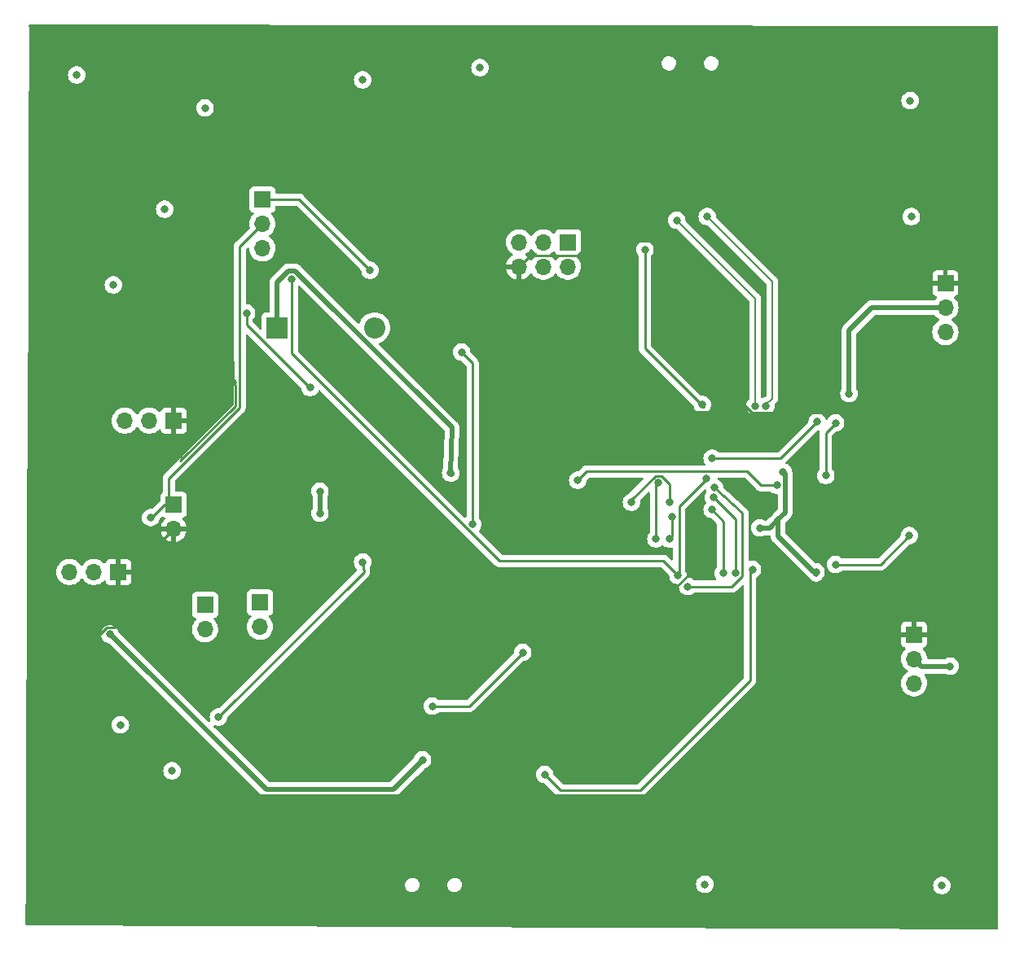
<source format=gbl>
G04 #@! TF.GenerationSoftware,KiCad,Pcbnew,7.0.7*
G04 #@! TF.CreationDate,2024-04-23T20:33:32+02:00*
G04 #@! TF.ProjectId,SE3-pad,5345332d-7061-4642-9e6b-696361645f70,rev?*
G04 #@! TF.SameCoordinates,Original*
G04 #@! TF.FileFunction,Copper,L2,Bot*
G04 #@! TF.FilePolarity,Positive*
%FSLAX46Y46*%
G04 Gerber Fmt 4.6, Leading zero omitted, Abs format (unit mm)*
G04 Created by KiCad (PCBNEW 7.0.7) date 2024-04-23 20:33:32*
%MOMM*%
%LPD*%
G01*
G04 APERTURE LIST*
G04 #@! TA.AperFunction,ComponentPad*
%ADD10R,1.700000X1.700000*%
G04 #@! TD*
G04 #@! TA.AperFunction,ComponentPad*
%ADD11O,1.700000X1.700000*%
G04 #@! TD*
G04 #@! TA.AperFunction,ComponentPad*
%ADD12R,2.200000X2.200000*%
G04 #@! TD*
G04 #@! TA.AperFunction,ComponentPad*
%ADD13O,2.200000X2.200000*%
G04 #@! TD*
G04 #@! TA.AperFunction,ViaPad*
%ADD14C,0.800000*%
G04 #@! TD*
G04 #@! TA.AperFunction,Conductor*
%ADD15C,0.250000*%
G04 #@! TD*
G04 #@! TA.AperFunction,Conductor*
%ADD16C,0.500000*%
G04 #@! TD*
G04 #@! TA.AperFunction,Conductor*
%ADD17C,0.200000*%
G04 #@! TD*
G04 APERTURE END LIST*
D10*
X140970000Y-67945000D03*
D11*
X140970000Y-70485000D03*
X138430000Y-67945000D03*
X138430000Y-70485000D03*
X135890000Y-67945000D03*
X135890000Y-70485000D03*
D10*
X109220000Y-63500000D03*
D11*
X109220000Y-66040000D03*
X109220000Y-68580000D03*
D10*
X94250000Y-102250000D03*
D11*
X91710000Y-102250000D03*
X89170000Y-102250000D03*
D10*
X100000000Y-86500000D03*
D11*
X97460000Y-86500000D03*
X94920000Y-86500000D03*
D10*
X100000000Y-95225000D03*
D11*
X100000000Y-97765000D03*
D10*
X103251000Y-105664000D03*
D11*
X103251000Y-108204000D03*
D12*
X110720000Y-76835000D03*
D13*
X120880000Y-76835000D03*
D10*
X108966000Y-105410000D03*
D11*
X108966000Y-107950000D03*
D10*
X176950000Y-108750000D03*
D11*
X176950000Y-111290000D03*
X176950000Y-113830000D03*
D10*
X180200000Y-72200000D03*
D11*
X180200000Y-74740000D03*
X180200000Y-77280000D03*
D14*
X88500000Y-120150000D03*
X102700000Y-135400000D03*
X93050000Y-130750000D03*
X180400000Y-58750000D03*
X170950000Y-85650000D03*
X180700000Y-112050000D03*
X97600000Y-96600000D03*
X88100000Y-95650000D03*
X99060000Y-64516000D03*
X103251000Y-53975000D03*
X131826000Y-49784000D03*
X179832000Y-134874000D03*
X119634000Y-51054000D03*
X89916000Y-50546000D03*
X176530000Y-53213000D03*
X99822000Y-122936000D03*
X93726000Y-72390000D03*
X94450000Y-118150000D03*
X155194000Y-134747000D03*
X176657000Y-65278000D03*
X145542000Y-51943000D03*
X154813000Y-101346000D03*
X148463000Y-104140000D03*
X122301000Y-92964000D03*
X121539000Y-98933000D03*
X145542000Y-46736000D03*
X148082000Y-82804000D03*
X170815000Y-108966000D03*
X136144000Y-75946000D03*
X106119500Y-82500000D03*
X160274000Y-86360000D03*
X104500000Y-76500000D03*
X163957000Y-114935000D03*
X163322000Y-91821000D03*
X128778000Y-91948000D03*
X115189000Y-96139000D03*
X115189000Y-93853000D03*
X160909000Y-97663000D03*
X166751000Y-102235000D03*
X170180000Y-83693000D03*
X156210000Y-93472000D03*
X153416000Y-103759000D03*
X126873000Y-116205000D03*
X136271000Y-110617000D03*
X112268000Y-71755000D03*
X152400000Y-102616000D03*
X155321000Y-92513500D03*
X168783000Y-101473000D03*
X176450000Y-98450000D03*
X154940000Y-84836000D03*
X148971000Y-68707000D03*
X150368000Y-92964000D03*
X150114000Y-98806000D03*
X161544000Y-84963000D03*
X155448000Y-65278000D03*
X152273000Y-65659000D03*
X160401000Y-84963000D03*
X125857000Y-121793000D03*
X93345000Y-108712000D03*
X120396000Y-70866000D03*
X114173000Y-83058000D03*
X107569000Y-75311000D03*
X155956000Y-90424000D03*
X166878000Y-86614000D03*
X141986000Y-92710000D03*
X162687000Y-93218000D03*
X167767000Y-92202000D03*
X168783000Y-86741000D03*
X131064000Y-97282000D03*
X129921000Y-79375000D03*
X104648000Y-117348000D03*
X119634000Y-101219000D03*
X158369000Y-102362000D03*
X156083000Y-94488000D03*
X157099000Y-102362000D03*
X155956000Y-95758000D03*
X151765000Y-96520000D03*
X151511000Y-98806000D03*
X151511000Y-94996000D03*
X147574000Y-94996000D03*
X160147000Y-101981000D03*
X138557000Y-123317000D03*
D15*
X180200000Y-58950000D02*
X180200000Y-72200000D01*
X180400000Y-58750000D02*
X180200000Y-58950000D01*
X170890000Y-85688000D02*
X160100695Y-85688000D01*
X170950000Y-85650000D02*
X170890000Y-85688000D01*
X170814000Y-85688000D02*
X170950000Y-85650000D01*
D16*
X172560000Y-74740000D02*
X180200000Y-74740000D01*
X170180000Y-77120000D02*
X172560000Y-74740000D01*
X177710000Y-112050000D02*
X176950000Y-111290000D01*
X180700000Y-112050000D02*
X177710000Y-112050000D01*
D15*
X173427000Y-101473000D02*
X168783000Y-101473000D01*
X176450000Y-98450000D02*
X173427000Y-101473000D01*
D16*
X170180000Y-83693000D02*
X170180000Y-77120000D01*
D15*
X97600000Y-96700000D02*
X97700000Y-96600000D01*
X97600000Y-96600000D02*
X97600000Y-96700000D01*
X97700000Y-96600000D02*
X97600000Y-96600000D01*
X99075000Y-95225000D02*
X97700000Y-96600000D01*
X100000000Y-95225000D02*
X99075000Y-95225000D01*
X95515000Y-102250000D02*
X100000000Y-97765000D01*
X94250000Y-102250000D02*
X95515000Y-102250000D01*
X88100000Y-95650000D02*
X88050000Y-95600000D01*
X90215000Y-97765000D02*
X88100000Y-95650000D01*
X98450000Y-97765000D02*
X90215000Y-97765000D01*
X98450000Y-97765000D02*
X98265000Y-97765000D01*
X100000000Y-97765000D02*
X98450000Y-97765000D01*
X166682000Y-125418000D02*
X173736000Y-118364000D01*
X107638000Y-125418000D02*
X166682000Y-125418000D01*
X91985000Y-109765000D02*
X107638000Y-125418000D01*
X91985000Y-109046695D02*
X91985000Y-109765000D01*
X93044695Y-107987000D02*
X91985000Y-109046695D01*
X93763000Y-107987000D02*
X93044695Y-107987000D01*
X95750000Y-106000000D02*
X93763000Y-107987000D01*
X98250000Y-104500000D02*
X96750000Y-106000000D01*
X96750000Y-106000000D02*
X95750000Y-106000000D01*
X100000000Y-104110000D02*
X100195000Y-104305000D01*
X100195000Y-104305000D02*
X100000000Y-104500000D01*
X100000000Y-104500000D02*
X98250000Y-104500000D01*
X100000000Y-97765000D02*
X100000000Y-104110000D01*
X100000000Y-89500000D02*
X100000000Y-86500000D01*
X100931802Y-90431802D02*
X100000000Y-89500000D01*
X100931802Y-90431802D02*
X100681802Y-90681802D01*
X106394000Y-84969604D02*
X100931802Y-90431802D01*
X106394000Y-82774500D02*
X106394000Y-84969604D01*
X106119500Y-82500000D02*
X106394000Y-82774500D01*
X99500000Y-94725000D02*
X100000000Y-95225000D01*
X106844000Y-85156000D02*
X99500000Y-92500000D01*
X106844000Y-68416000D02*
X106844000Y-85156000D01*
X99500000Y-92500000D02*
X99500000Y-94725000D01*
X109220000Y-66040000D02*
X106844000Y-68416000D01*
X104500000Y-78719000D02*
X104500000Y-76500000D01*
X106119500Y-82500000D02*
X106119500Y-80338500D01*
X106119500Y-80338500D02*
X104500000Y-78719000D01*
X121412000Y-98806000D02*
X121412000Y-93853000D01*
X135890000Y-75692000D02*
X135890000Y-70485000D01*
X151548000Y-77135305D02*
X151548000Y-68617000D01*
X167386000Y-118364000D02*
X173736000Y-118364000D01*
X148082000Y-82804000D02*
X150839000Y-85561000D01*
X160100695Y-85688000D02*
X160100695Y-86313695D01*
X150839000Y-85561000D02*
X159475000Y-85561000D01*
X121412000Y-93853000D02*
X122301000Y-92964000D01*
X145542000Y-51943000D02*
X145542000Y-46736000D01*
X160274000Y-86360000D02*
X160147000Y-86360000D01*
X151548000Y-68617000D02*
X150749000Y-67818000D01*
X143447000Y-67818000D02*
X141955000Y-69310000D01*
X136144000Y-75946000D02*
X135890000Y-75692000D01*
X159475000Y-85561000D02*
X160274000Y-86360000D01*
X170815000Y-108966000D02*
X171069000Y-109220000D01*
X160100695Y-86313695D02*
X160274000Y-86360000D01*
X160100695Y-85688000D02*
X151548000Y-77135305D01*
X150749000Y-67818000D02*
X143447000Y-67818000D01*
X141955000Y-69310000D02*
X137065000Y-69310000D01*
X137065000Y-69310000D02*
X135890000Y-70485000D01*
X154695305Y-101346000D02*
X151774305Y-104267000D01*
X148463000Y-104140000D02*
X148463000Y-104267000D01*
X151774305Y-104267000D02*
X148463000Y-104140000D01*
X170852000Y-85688000D02*
X170814000Y-85688000D01*
X121539000Y-98933000D02*
X121412000Y-98806000D01*
X154813000Y-101346000D02*
X154695305Y-101346000D01*
X121412000Y-98806000D02*
X121412000Y-97536000D01*
X163957000Y-114935000D02*
X167386000Y-118364000D01*
D16*
X110720000Y-76835000D02*
X110720000Y-72100918D01*
X111915918Y-70905000D02*
X112620082Y-70905000D01*
X110720000Y-72100918D02*
X111915918Y-70905000D01*
X160909000Y-97663000D02*
X161925000Y-97663000D01*
X163537000Y-92036000D02*
X163537000Y-96051000D01*
X163322000Y-91821000D02*
X163537000Y-92036000D01*
X166751000Y-102489000D02*
X166624000Y-102362000D01*
X115189000Y-93853000D02*
X115189000Y-96139000D01*
X128905000Y-87189918D02*
X128778000Y-91948000D01*
X162814000Y-96774000D02*
X162814000Y-98552000D01*
X166497000Y-102235000D02*
X166751000Y-102235000D01*
X162814000Y-98552000D02*
X166497000Y-102235000D01*
X115189000Y-96139000D02*
X115189000Y-96012000D01*
X166751000Y-102235000D02*
X166751000Y-102489000D01*
X112620082Y-70905000D02*
X128905000Y-87189918D01*
X161925000Y-97663000D02*
X162814000Y-96774000D01*
X163537000Y-96051000D02*
X162814000Y-96774000D01*
X128778000Y-91948000D02*
X128905000Y-92075000D01*
D15*
X126873000Y-116205000D02*
X130683000Y-116205000D01*
X153416000Y-103759000D02*
X157997305Y-103759000D01*
X159094000Y-96102000D02*
X156210000Y-93472000D01*
X130683000Y-116205000D02*
X136271000Y-110617000D01*
X157997305Y-103759000D02*
X159094000Y-102662305D01*
X159094000Y-102662305D02*
X159094000Y-96102000D01*
X156210000Y-93472000D02*
X156464000Y-93472000D01*
X112268000Y-71755000D02*
X112268000Y-79511305D01*
X155321000Y-92583000D02*
X152527000Y-95377000D01*
X150876000Y-101092000D02*
X152400000Y-102616000D01*
X155321000Y-92513500D02*
X155321000Y-92583000D01*
X133848695Y-101092000D02*
X150876000Y-101092000D01*
X112268000Y-79511305D02*
X133848695Y-101092000D01*
X152527000Y-102489000D02*
X152400000Y-102616000D01*
X152527000Y-95377000D02*
X152527000Y-102489000D01*
X154813000Y-84836000D02*
X154940000Y-84836000D01*
X148971000Y-78994000D02*
X154813000Y-84836000D01*
X154940000Y-84836000D02*
X154940000Y-84963000D01*
X154940000Y-84963000D02*
X155067000Y-85090000D01*
X148971000Y-68707000D02*
X148971000Y-78994000D01*
X150114000Y-93091000D02*
X150241000Y-92964000D01*
X150368000Y-92964000D02*
X150368000Y-92837000D01*
X150368000Y-92837000D02*
X150368000Y-92837000D01*
X150114000Y-98806000D02*
X150114000Y-93091000D01*
X150241000Y-92964000D02*
X150368000Y-92964000D01*
D17*
X161544000Y-84963000D02*
X161671000Y-84963000D01*
X162179000Y-84201000D02*
X162179000Y-72009000D01*
X161544000Y-84836000D02*
X162179000Y-84201000D01*
X162179000Y-72009000D02*
X155448000Y-65278000D01*
X161544000Y-84963000D02*
X161544000Y-84836000D01*
X161671000Y-84963000D02*
X161798000Y-85090000D01*
X160401000Y-84963000D02*
X160401000Y-85090000D01*
X152273000Y-65659000D02*
X160401000Y-73787000D01*
X160401000Y-73787000D02*
X160401000Y-84963000D01*
D16*
X93345000Y-108712000D02*
X93599000Y-108839000D01*
X125857000Y-121793000D02*
X122807000Y-124843000D01*
X122807000Y-124843000D02*
X109603000Y-124843000D01*
X109603000Y-124843000D02*
X93345000Y-108712000D01*
D15*
X113030000Y-63500000D02*
X109220000Y-63500000D01*
X120396000Y-70866000D02*
X113030000Y-63500000D01*
X114093000Y-83058000D02*
X114173000Y-83058000D01*
X107569000Y-75311000D02*
X107569000Y-76534000D01*
X114173000Y-83138000D02*
X114173000Y-83185000D01*
X114173000Y-83138000D02*
X114173000Y-83138000D01*
X107569000Y-76534000D02*
X114093000Y-83058000D01*
X114173000Y-83058000D02*
X114173000Y-83138000D01*
X166878000Y-86614000D02*
X163068000Y-90424000D01*
X163068000Y-90424000D02*
X155956000Y-90424000D01*
X155956000Y-90424000D02*
X156083000Y-90424000D01*
X160972500Y-93154500D02*
X161036000Y-93218000D01*
X159607000Y-91789000D02*
X160972500Y-93154500D01*
X142907000Y-91789000D02*
X159607000Y-91789000D01*
X161036000Y-93218000D02*
X162687000Y-93218000D01*
X141986000Y-92710000D02*
X142907000Y-91789000D01*
X167767000Y-92202000D02*
X167767000Y-92329000D01*
X167767000Y-87757000D02*
X167767000Y-92202000D01*
X168783000Y-86741000D02*
X167767000Y-87757000D01*
X131064000Y-80518000D02*
X129921000Y-79375000D01*
X129921000Y-79375000D02*
X129794000Y-79248000D01*
X131064000Y-97282000D02*
X131064000Y-80518000D01*
X104648000Y-117348000D02*
X119761000Y-102235000D01*
X119634000Y-101219000D02*
X119761000Y-101219000D01*
X119761000Y-102235000D02*
X119634000Y-101219000D01*
X158369000Y-102362000D02*
X158369000Y-96774000D01*
X158369000Y-96774000D02*
X156083000Y-94488000D01*
X157099000Y-97028000D02*
X155956000Y-95758000D01*
X155956000Y-95758000D02*
X155956000Y-95885000D01*
X157099000Y-102362000D02*
X157099000Y-97028000D01*
X151765000Y-98552000D02*
X151765000Y-96520000D01*
X151511000Y-98806000D02*
X151765000Y-98552000D01*
X151511000Y-93081695D02*
X151511000Y-94996000D01*
X150668305Y-92239000D02*
X151511000Y-93081695D01*
X150067695Y-92239000D02*
X150668305Y-92239000D01*
X147574000Y-94996000D02*
X147574000Y-94732695D01*
X151511000Y-94996000D02*
X151511000Y-95123000D01*
X147574000Y-94732695D02*
X150067695Y-92239000D01*
X147574000Y-124968000D02*
X148463000Y-124968000D01*
X148463000Y-124968000D02*
X159893000Y-113538000D01*
X159893000Y-113538000D02*
X159893000Y-102235000D01*
X159893000Y-102235000D02*
X160147000Y-101981000D01*
X138557000Y-123317000D02*
X140208000Y-124968000D01*
X140208000Y-124968000D02*
X147574000Y-124968000D01*
G04 #@! TA.AperFunction,Conductor*
G36*
X155260619Y-93641797D02*
G01*
X155316552Y-93683669D01*
X155335216Y-93719660D01*
X155370660Y-93828743D01*
X155372655Y-93898584D01*
X155347340Y-93945481D01*
X155347779Y-93945800D01*
X155345402Y-93949071D01*
X155344888Y-93950024D01*
X155343965Y-93951048D01*
X155343957Y-93951059D01*
X155248473Y-94116443D01*
X155248470Y-94116450D01*
X155189459Y-94298068D01*
X155189458Y-94298072D01*
X155169496Y-94488000D01*
X155189458Y-94677928D01*
X155189459Y-94677931D01*
X155248470Y-94859549D01*
X155248475Y-94859561D01*
X155318284Y-94980474D01*
X155334757Y-95048374D01*
X155311904Y-95114401D01*
X155303048Y-95125444D01*
X155216958Y-95221057D01*
X155121473Y-95386443D01*
X155121470Y-95386450D01*
X155062459Y-95568068D01*
X155062458Y-95568072D01*
X155042496Y-95758000D01*
X155062458Y-95947928D01*
X155062459Y-95947931D01*
X155121470Y-96129549D01*
X155121473Y-96129556D01*
X155216960Y-96294944D01*
X155344747Y-96436866D01*
X155499248Y-96549118D01*
X155673712Y-96626794D01*
X155860513Y-96666500D01*
X155866138Y-96666500D01*
X155933177Y-96686185D01*
X155958306Y-96707548D01*
X156153668Y-96924617D01*
X156346417Y-97138783D01*
X156433668Y-97235728D01*
X156463884Y-97298727D01*
X156465500Y-97318680D01*
X156465500Y-101660241D01*
X156445815Y-101727280D01*
X156433650Y-101743213D01*
X156359963Y-101825050D01*
X156359958Y-101825057D01*
X156264473Y-101990443D01*
X156264470Y-101990450D01*
X156205459Y-102172068D01*
X156205458Y-102172072D01*
X156185496Y-102362000D01*
X156205458Y-102551928D01*
X156205459Y-102551931D01*
X156264470Y-102733549D01*
X156264473Y-102733556D01*
X156359960Y-102898944D01*
X156377593Y-102918527D01*
X156407823Y-102981518D01*
X156399199Y-103050854D01*
X156354458Y-103104519D01*
X156287806Y-103125478D01*
X156285444Y-103125500D01*
X154123309Y-103125500D01*
X154056270Y-103105815D01*
X154031160Y-103084473D01*
X154027254Y-103080135D01*
X154006821Y-103065289D01*
X153872752Y-102967882D01*
X153698288Y-102890206D01*
X153698286Y-102890205D01*
X153511487Y-102850500D01*
X153426573Y-102850500D01*
X153359534Y-102830815D01*
X153313779Y-102778011D01*
X153303252Y-102713539D01*
X153305451Y-102692616D01*
X153313504Y-102616000D01*
X153293542Y-102426072D01*
X153234527Y-102244444D01*
X153177111Y-102144997D01*
X153160500Y-102082999D01*
X153160500Y-95690765D01*
X153180185Y-95623726D01*
X153196814Y-95603089D01*
X155129606Y-93670296D01*
X155190927Y-93636813D01*
X155260619Y-93641797D01*
G37*
G04 #@! TD.AperFunction*
G04 #@! TA.AperFunction,Conductor*
G36*
X137241905Y-68618515D02*
G01*
X137263804Y-68643787D01*
X137354278Y-68782268D01*
X137354283Y-68782273D01*
X137354284Y-68782276D01*
X137480967Y-68919888D01*
X137506760Y-68947906D01*
X137684424Y-69086189D01*
X137684429Y-69086191D01*
X137684431Y-69086193D01*
X137720930Y-69105946D01*
X137770520Y-69155165D01*
X137785628Y-69223382D01*
X137761457Y-69288937D01*
X137720930Y-69324054D01*
X137684431Y-69343806D01*
X137684422Y-69343812D01*
X137506761Y-69482092D01*
X137506756Y-69482097D01*
X137354284Y-69647723D01*
X137354276Y-69647734D01*
X137260251Y-69791650D01*
X137207105Y-69837007D01*
X137137873Y-69846430D01*
X137074538Y-69816928D01*
X137054868Y-69794951D01*
X136928113Y-69613926D01*
X136928108Y-69613920D01*
X136761082Y-69446894D01*
X136580197Y-69320236D01*
X136536572Y-69265659D01*
X136529380Y-69196160D01*
X136560902Y-69133806D01*
X136592300Y-69109608D01*
X136635576Y-69086189D01*
X136813240Y-68947906D01*
X136945375Y-68804371D01*
X136965715Y-68782276D01*
X136965715Y-68782275D01*
X136965722Y-68782268D01*
X137056193Y-68643790D01*
X137109338Y-68598437D01*
X137178569Y-68589013D01*
X137241905Y-68618515D01*
G37*
G04 #@! TD.AperFunction*
G04 #@! TA.AperFunction,Conductor*
G36*
X139546175Y-68845349D02*
G01*
X139603791Y-68884873D01*
X139623861Y-68919888D01*
X139662177Y-69022614D01*
X139669111Y-69041204D01*
X139756739Y-69158261D01*
X139873796Y-69245889D01*
X139925737Y-69265262D01*
X139991595Y-69289827D01*
X140047528Y-69331699D01*
X140071944Y-69397163D01*
X140057092Y-69465436D01*
X140039490Y-69489991D01*
X139894279Y-69647730D01*
X139894276Y-69647734D01*
X139803808Y-69786206D01*
X139750662Y-69831562D01*
X139681431Y-69840986D01*
X139618095Y-69811484D01*
X139596192Y-69786206D01*
X139505723Y-69647734D01*
X139505715Y-69647723D01*
X139353243Y-69482097D01*
X139353238Y-69482092D01*
X139175577Y-69343812D01*
X139175578Y-69343812D01*
X139175576Y-69343811D01*
X139139070Y-69324055D01*
X139089479Y-69274836D01*
X139074371Y-69206619D01*
X139098541Y-69141064D01*
X139139070Y-69105945D01*
X139139084Y-69105936D01*
X139175576Y-69086189D01*
X139353240Y-68947906D01*
X139416452Y-68879239D01*
X139476337Y-68843250D01*
X139546175Y-68845349D01*
G37*
G04 #@! TD.AperFunction*
G04 #@! TA.AperFunction,Conductor*
G36*
X185508838Y-45415960D02*
G01*
X185575841Y-45435755D01*
X185621509Y-45488635D01*
X185632630Y-45539871D01*
X185699910Y-139275419D01*
X185680274Y-139342473D01*
X185627502Y-139388265D01*
X185575419Y-139399507D01*
X84724006Y-139000490D01*
X84657045Y-138980540D01*
X84611500Y-138927556D01*
X84600498Y-138875994D01*
X84616650Y-134858933D01*
X124045668Y-134858933D01*
X124061058Y-134946210D01*
X124076135Y-135031711D01*
X124145623Y-135192804D01*
X124145624Y-135192806D01*
X124145626Y-135192809D01*
X124200278Y-135266218D01*
X124250390Y-135333530D01*
X124384786Y-135446302D01*
X124462488Y-135485325D01*
X124541562Y-135525038D01*
X124541563Y-135525038D01*
X124541567Y-135525040D01*
X124712279Y-135565500D01*
X124712282Y-135565500D01*
X124843701Y-135565500D01*
X124843709Y-135565500D01*
X124974255Y-135550241D01*
X125139117Y-135490237D01*
X125285696Y-135393830D01*
X125406092Y-135266218D01*
X125493812Y-135114281D01*
X125544130Y-134946210D01*
X125549213Y-134858933D01*
X128445668Y-134858933D01*
X128461058Y-134946210D01*
X128476135Y-135031711D01*
X128545623Y-135192804D01*
X128545624Y-135192806D01*
X128545626Y-135192809D01*
X128600278Y-135266218D01*
X128650390Y-135333530D01*
X128784786Y-135446302D01*
X128862488Y-135485325D01*
X128941562Y-135525038D01*
X128941563Y-135525038D01*
X128941567Y-135525040D01*
X129112279Y-135565500D01*
X129112282Y-135565500D01*
X129243701Y-135565500D01*
X129243709Y-135565500D01*
X129374255Y-135550241D01*
X129539117Y-135490237D01*
X129685696Y-135393830D01*
X129806092Y-135266218D01*
X129893812Y-135114281D01*
X129944130Y-134946210D01*
X129954331Y-134771065D01*
X129950088Y-134747000D01*
X154280496Y-134747000D01*
X154300458Y-134936928D01*
X154300459Y-134936931D01*
X154359470Y-135118549D01*
X154359473Y-135118556D01*
X154454960Y-135283944D01*
X154582747Y-135425866D01*
X154737248Y-135538118D01*
X154911712Y-135615794D01*
X155098513Y-135655500D01*
X155289487Y-135655500D01*
X155476288Y-135615794D01*
X155650752Y-135538118D01*
X155805253Y-135425866D01*
X155933040Y-135283944D01*
X156028527Y-135118556D01*
X156087542Y-134936928D01*
X156094156Y-134874000D01*
X178918496Y-134874000D01*
X178938458Y-135063928D01*
X178938459Y-135063931D01*
X178997470Y-135245549D01*
X178997473Y-135245556D01*
X179092960Y-135410944D01*
X179164354Y-135490235D01*
X179218382Y-135550240D01*
X179220747Y-135552866D01*
X179375248Y-135665118D01*
X179549712Y-135742794D01*
X179736513Y-135782500D01*
X179927487Y-135782500D01*
X180114288Y-135742794D01*
X180288752Y-135665118D01*
X180443253Y-135552866D01*
X180571040Y-135410944D01*
X180666527Y-135245556D01*
X180725542Y-135063928D01*
X180745504Y-134874000D01*
X180725542Y-134684072D01*
X180666527Y-134502444D01*
X180571040Y-134337056D01*
X180443253Y-134195134D01*
X180288752Y-134082882D01*
X180114288Y-134005206D01*
X180114286Y-134005205D01*
X179927487Y-133965500D01*
X179736513Y-133965500D01*
X179549714Y-134005205D01*
X179549711Y-134005206D01*
X179549712Y-134005206D01*
X179382263Y-134079759D01*
X179375246Y-134082883D01*
X179220745Y-134195135D01*
X179092959Y-134337057D01*
X178997473Y-134502443D01*
X178997470Y-134502450D01*
X178938548Y-134683794D01*
X178938458Y-134684072D01*
X178918496Y-134874000D01*
X156094156Y-134874000D01*
X156107504Y-134747000D01*
X156087542Y-134557072D01*
X156028527Y-134375444D01*
X155933040Y-134210056D01*
X155805253Y-134068134D01*
X155650752Y-133955882D01*
X155476288Y-133878206D01*
X155476286Y-133878205D01*
X155289487Y-133838500D01*
X155098513Y-133838500D01*
X154911714Y-133878205D01*
X154737246Y-133955883D01*
X154582745Y-134068135D01*
X154454959Y-134210057D01*
X154359473Y-134375443D01*
X154359470Y-134375450D01*
X154300459Y-134557068D01*
X154300458Y-134557072D01*
X154280496Y-134747000D01*
X129950088Y-134747000D01*
X129923865Y-134598289D01*
X129854377Y-134437196D01*
X129808403Y-134375443D01*
X129749609Y-134296469D01*
X129615214Y-134183698D01*
X129615212Y-134183697D01*
X129458437Y-134104961D01*
X129458433Y-134104960D01*
X129287721Y-134064500D01*
X129156291Y-134064500D01*
X129051854Y-134076707D01*
X129025743Y-134079759D01*
X129025740Y-134079760D01*
X128860884Y-134139762D01*
X128860880Y-134139764D01*
X128714306Y-134236167D01*
X128714305Y-134236168D01*
X128593910Y-134363778D01*
X128506188Y-134515718D01*
X128455870Y-134683789D01*
X128455869Y-134683794D01*
X128445668Y-134858933D01*
X125549213Y-134858933D01*
X125554331Y-134771065D01*
X125523865Y-134598289D01*
X125454377Y-134437196D01*
X125408403Y-134375443D01*
X125349609Y-134296469D01*
X125215214Y-134183698D01*
X125215212Y-134183697D01*
X125058437Y-134104961D01*
X125058433Y-134104960D01*
X124887721Y-134064500D01*
X124756291Y-134064500D01*
X124651854Y-134076707D01*
X124625743Y-134079759D01*
X124625740Y-134079760D01*
X124460884Y-134139762D01*
X124460880Y-134139764D01*
X124314306Y-134236167D01*
X124314305Y-134236168D01*
X124193910Y-134363778D01*
X124106188Y-134515718D01*
X124055870Y-134683789D01*
X124055869Y-134683794D01*
X124045668Y-134858933D01*
X84616650Y-134858933D01*
X84664589Y-122936000D01*
X98908496Y-122936000D01*
X98928458Y-123125928D01*
X98928459Y-123125931D01*
X98987470Y-123307549D01*
X98987473Y-123307556D01*
X99082960Y-123472944D01*
X99210747Y-123614866D01*
X99365248Y-123727118D01*
X99539712Y-123804794D01*
X99726513Y-123844500D01*
X99917487Y-123844500D01*
X100104288Y-123804794D01*
X100278752Y-123727118D01*
X100433253Y-123614866D01*
X100561040Y-123472944D01*
X100656527Y-123307556D01*
X100715542Y-123125928D01*
X100735504Y-122936000D01*
X100715542Y-122746072D01*
X100656527Y-122564444D01*
X100561040Y-122399056D01*
X100433253Y-122257134D01*
X100278752Y-122144882D01*
X100104288Y-122067206D01*
X100104286Y-122067205D01*
X99917487Y-122027500D01*
X99726513Y-122027500D01*
X99539714Y-122067205D01*
X99365246Y-122144883D01*
X99210745Y-122257135D01*
X99082959Y-122399057D01*
X98987473Y-122564443D01*
X98987470Y-122564450D01*
X98928459Y-122746068D01*
X98928458Y-122746072D01*
X98908496Y-122936000D01*
X84664589Y-122936000D01*
X84683833Y-118150000D01*
X93536496Y-118150000D01*
X93556458Y-118339928D01*
X93556459Y-118339931D01*
X93615470Y-118521549D01*
X93615473Y-118521556D01*
X93710960Y-118686944D01*
X93838747Y-118828866D01*
X93993248Y-118941118D01*
X94167712Y-119018794D01*
X94354513Y-119058500D01*
X94545487Y-119058500D01*
X94732288Y-119018794D01*
X94906752Y-118941118D01*
X95061253Y-118828866D01*
X95189040Y-118686944D01*
X95284527Y-118521556D01*
X95343542Y-118339928D01*
X95363504Y-118150000D01*
X95343542Y-117960072D01*
X95284527Y-117778444D01*
X95189040Y-117613056D01*
X95061253Y-117471134D01*
X94906752Y-117358882D01*
X94732288Y-117281206D01*
X94732286Y-117281205D01*
X94545487Y-117241500D01*
X94354513Y-117241500D01*
X94167714Y-117281205D01*
X94108908Y-117307387D01*
X94017690Y-117348000D01*
X93993246Y-117358883D01*
X93838745Y-117471135D01*
X93710959Y-117613057D01*
X93615473Y-117778443D01*
X93615470Y-117778450D01*
X93556459Y-117960068D01*
X93556458Y-117960072D01*
X93536496Y-118150000D01*
X84683833Y-118150000D01*
X84721782Y-108712000D01*
X92431496Y-108712000D01*
X92451458Y-108901928D01*
X92451459Y-108901931D01*
X92510470Y-109083549D01*
X92510473Y-109083556D01*
X92605960Y-109248944D01*
X92733747Y-109390866D01*
X92888248Y-109503118D01*
X93062712Y-109580794D01*
X93130139Y-109595126D01*
X93191621Y-109628318D01*
X93191695Y-109628392D01*
X109021893Y-125334932D01*
X109034019Y-125348908D01*
X109047531Y-125367058D01*
X109047532Y-125367059D01*
X109047533Y-125367060D01*
X109089235Y-125402052D01*
X109093049Y-125405533D01*
X109100129Y-125412557D01*
X109125039Y-125432095D01*
X109183360Y-125481032D01*
X109183571Y-125481138D01*
X109204450Y-125494380D01*
X109204646Y-125494534D01*
X109273783Y-125526443D01*
X109341812Y-125560609D01*
X109342042Y-125560663D01*
X109365410Y-125568733D01*
X109365638Y-125568839D01*
X109365646Y-125568840D01*
X109365647Y-125568841D01*
X109426605Y-125581179D01*
X109440286Y-125583948D01*
X109514344Y-125601500D01*
X109514582Y-125601500D01*
X109539173Y-125603962D01*
X109539426Y-125604014D01*
X109539428Y-125604013D01*
X109539429Y-125604014D01*
X109615557Y-125601500D01*
X122742706Y-125601500D01*
X122760676Y-125602809D01*
X122762165Y-125603027D01*
X122784789Y-125606341D01*
X122837426Y-125601735D01*
X122842828Y-125601500D01*
X122851175Y-125601500D01*
X122851180Y-125601500D01*
X122875362Y-125598673D01*
X122884096Y-125597652D01*
X122961419Y-125590888D01*
X122961422Y-125590887D01*
X122961426Y-125590887D01*
X122961429Y-125590885D01*
X122968493Y-125589427D01*
X122968502Y-125589474D01*
X122976097Y-125587790D01*
X122976087Y-125587744D01*
X122983107Y-125586079D01*
X122983113Y-125586079D01*
X123056065Y-125559526D01*
X123129738Y-125535114D01*
X123129746Y-125535108D01*
X123136284Y-125532061D01*
X123136305Y-125532106D01*
X123143302Y-125528719D01*
X123143280Y-125528675D01*
X123149729Y-125525436D01*
X123149728Y-125525436D01*
X123149732Y-125525435D01*
X123214605Y-125482766D01*
X123280651Y-125442030D01*
X123280655Y-125442025D01*
X123286319Y-125437548D01*
X123286350Y-125437587D01*
X123292374Y-125432680D01*
X123292342Y-125432642D01*
X123297864Y-125428007D01*
X123297874Y-125428001D01*
X123329172Y-125394827D01*
X123351163Y-125371518D01*
X125249738Y-123472942D01*
X126013752Y-122708927D01*
X126075073Y-122675444D01*
X126075290Y-122675397D01*
X126139288Y-122661794D01*
X126313752Y-122584118D01*
X126468253Y-122471866D01*
X126596040Y-122329944D01*
X126691527Y-122164556D01*
X126750542Y-121982928D01*
X126770504Y-121793000D01*
X126750542Y-121603072D01*
X126691527Y-121421444D01*
X126596040Y-121256056D01*
X126468253Y-121114134D01*
X126313752Y-121001882D01*
X126139288Y-120924206D01*
X126139286Y-120924205D01*
X125952487Y-120884500D01*
X125761513Y-120884500D01*
X125574714Y-120924205D01*
X125400246Y-121001883D01*
X125245745Y-121114135D01*
X125117959Y-121256057D01*
X125022473Y-121421443D01*
X125022471Y-121421447D01*
X124967463Y-121590743D01*
X124937213Y-121640105D01*
X122529138Y-124048181D01*
X122467815Y-124081666D01*
X122441457Y-124084500D01*
X109966518Y-124084500D01*
X109899479Y-124064815D01*
X109879181Y-124048524D01*
X104185285Y-118399106D01*
X104151560Y-118337915D01*
X104156271Y-118268204D01*
X104197923Y-118212107D01*
X104263291Y-118187434D01*
X104323056Y-118197802D01*
X104365712Y-118216794D01*
X104552513Y-118256500D01*
X104743487Y-118256500D01*
X104930288Y-118216794D01*
X105104752Y-118139118D01*
X105259253Y-118026866D01*
X105387040Y-117884944D01*
X105482527Y-117719556D01*
X105541542Y-117537928D01*
X105558981Y-117371997D01*
X105585564Y-117307387D01*
X105594611Y-117297291D01*
X106686902Y-116205000D01*
X125959496Y-116205000D01*
X125979458Y-116394928D01*
X125979459Y-116394931D01*
X126038470Y-116576549D01*
X126038473Y-116576556D01*
X126133960Y-116741944D01*
X126261747Y-116883866D01*
X126416248Y-116996118D01*
X126590712Y-117073794D01*
X126777513Y-117113500D01*
X126968487Y-117113500D01*
X127155288Y-117073794D01*
X127329752Y-116996118D01*
X127484253Y-116883866D01*
X127488159Y-116879527D01*
X127547646Y-116842879D01*
X127580309Y-116838500D01*
X130599366Y-116838500D01*
X130615113Y-116840238D01*
X130615139Y-116839968D01*
X130622905Y-116840701D01*
X130622909Y-116840702D01*
X130692958Y-116838500D01*
X130722856Y-116838500D01*
X130722857Y-116838500D01*
X130724222Y-116838327D01*
X130729862Y-116837614D01*
X130735685Y-116837156D01*
X130761708Y-116836338D01*
X130782890Y-116835673D01*
X130792681Y-116832827D01*
X130802481Y-116829980D01*
X130821538Y-116826032D01*
X130841797Y-116823474D01*
X130885721Y-116806082D01*
X130891221Y-116804199D01*
X130936593Y-116791018D01*
X130954165Y-116780625D01*
X130971632Y-116772068D01*
X130990617Y-116764552D01*
X131028826Y-116736790D01*
X131033704Y-116733585D01*
X131074362Y-116709542D01*
X131088802Y-116695100D01*
X131103592Y-116682470D01*
X131120107Y-116670472D01*
X131150222Y-116634067D01*
X131154126Y-116629776D01*
X136222084Y-111561819D01*
X136283408Y-111528334D01*
X136309766Y-111525500D01*
X136366487Y-111525500D01*
X136553288Y-111485794D01*
X136727752Y-111408118D01*
X136882253Y-111295866D01*
X137010040Y-111153944D01*
X137105527Y-110988556D01*
X137164542Y-110806928D01*
X137184504Y-110617000D01*
X137164542Y-110427072D01*
X137105527Y-110245444D01*
X137010040Y-110080056D01*
X136882253Y-109938134D01*
X136727752Y-109825882D01*
X136553288Y-109748206D01*
X136553286Y-109748205D01*
X136366487Y-109708500D01*
X136175513Y-109708500D01*
X135988714Y-109748205D01*
X135814246Y-109825883D01*
X135659745Y-109938135D01*
X135531959Y-110080057D01*
X135436473Y-110245443D01*
X135436470Y-110245450D01*
X135377459Y-110427068D01*
X135377458Y-110427072D01*
X135374761Y-110452734D01*
X135360019Y-110592995D01*
X135333434Y-110657609D01*
X135324379Y-110667714D01*
X130456914Y-115535181D01*
X130395591Y-115568666D01*
X130369233Y-115571500D01*
X127580309Y-115571500D01*
X127513270Y-115551815D01*
X127488160Y-115530473D01*
X127484254Y-115526135D01*
X127329753Y-115413883D01*
X127329752Y-115413882D01*
X127155288Y-115336206D01*
X127155286Y-115336205D01*
X126968487Y-115296500D01*
X126777513Y-115296500D01*
X126590714Y-115336205D01*
X126416246Y-115413883D01*
X126261745Y-115526135D01*
X126133959Y-115668057D01*
X126038473Y-115833443D01*
X126038470Y-115833450D01*
X125979459Y-116015068D01*
X125979458Y-116015072D01*
X125959496Y-116205000D01*
X106686902Y-116205000D01*
X120185442Y-102706460D01*
X120189808Y-102702494D01*
X120225900Y-102672717D01*
X120267424Y-102615719D01*
X120310614Y-102560040D01*
X120310616Y-102560036D01*
X120314590Y-102553317D01*
X120314883Y-102553490D01*
X120316676Y-102550351D01*
X120316379Y-102550187D01*
X120320146Y-102543356D01*
X120320148Y-102543350D01*
X120320150Y-102543348D01*
X120346190Y-102477827D01*
X120374181Y-102413145D01*
X120374182Y-102413141D01*
X120376359Y-102405650D01*
X120376683Y-102405744D01*
X120377643Y-102402244D01*
X120377316Y-102402160D01*
X120379266Y-102394607D01*
X120388194Y-102324670D01*
X120388635Y-102321888D01*
X120399220Y-102255057D01*
X120399219Y-102255049D01*
X120399465Y-102247260D01*
X120399800Y-102247270D01*
X120399860Y-102243641D01*
X120399525Y-102243641D01*
X120399535Y-102235833D01*
X120390789Y-102165872D01*
X120384157Y-102095706D01*
X120382455Y-102088092D01*
X120382782Y-102088018D01*
X120379172Y-102072936D01*
X120370439Y-102003072D01*
X120350542Y-101843895D01*
X120361759Y-101774934D01*
X120371772Y-101758140D01*
X120397398Y-101713754D01*
X120468527Y-101590556D01*
X120527542Y-101408928D01*
X120547504Y-101219000D01*
X120527542Y-101029072D01*
X120468527Y-100847444D01*
X120373040Y-100682056D01*
X120245253Y-100540134D01*
X120090752Y-100427882D01*
X119916288Y-100350206D01*
X119916286Y-100350205D01*
X119729487Y-100310500D01*
X119538513Y-100310500D01*
X119351714Y-100350205D01*
X119177246Y-100427883D01*
X119022745Y-100540135D01*
X118894959Y-100682057D01*
X118799473Y-100847443D01*
X118799470Y-100847450D01*
X118751041Y-100996501D01*
X118740458Y-101029072D01*
X118720496Y-101219000D01*
X118740458Y-101408928D01*
X118740459Y-101408931D01*
X118799470Y-101590549D01*
X118799473Y-101590556D01*
X118894960Y-101755944D01*
X118941277Y-101807384D01*
X119027095Y-101902696D01*
X119025445Y-101904181D01*
X119056725Y-101954923D01*
X119055414Y-102024780D01*
X119024794Y-102075300D01*
X104696914Y-116403181D01*
X104635591Y-116436666D01*
X104609233Y-116439500D01*
X104552513Y-116439500D01*
X104365714Y-116479205D01*
X104191246Y-116556883D01*
X104036745Y-116669135D01*
X103908959Y-116811057D01*
X103813473Y-116976443D01*
X103813470Y-116976450D01*
X103768940Y-117113500D01*
X103754458Y-117158072D01*
X103734496Y-117348000D01*
X103754458Y-117537928D01*
X103754459Y-117537931D01*
X103804187Y-117690978D01*
X103806182Y-117760819D01*
X103770102Y-117820652D01*
X103707401Y-117851480D01*
X103637987Y-117843515D01*
X103598919Y-117817320D01*
X95877440Y-110156158D01*
X94348895Y-108639553D01*
X94322462Y-108600846D01*
X94259675Y-108455998D01*
X94259673Y-108455995D01*
X94239031Y-108428371D01*
X94196561Y-108371534D01*
X94183275Y-108345882D01*
X94182168Y-108346376D01*
X94179525Y-108340440D01*
X94101176Y-108204737D01*
X94100753Y-108204005D01*
X101887844Y-108204005D01*
X101906434Y-108428359D01*
X101906436Y-108428371D01*
X101961703Y-108646614D01*
X102052140Y-108852792D01*
X102175276Y-109041265D01*
X102175284Y-109041276D01*
X102319876Y-109198342D01*
X102327760Y-109206906D01*
X102505424Y-109345189D01*
X102505425Y-109345189D01*
X102505427Y-109345191D01*
X102589824Y-109390864D01*
X102703426Y-109452342D01*
X102916365Y-109525444D01*
X103138431Y-109562500D01*
X103363569Y-109562500D01*
X103585635Y-109525444D01*
X103798574Y-109452342D01*
X103996576Y-109345189D01*
X104174240Y-109206906D01*
X104326722Y-109041268D01*
X104449860Y-108852791D01*
X104540296Y-108646616D01*
X104595564Y-108428368D01*
X104598527Y-108392614D01*
X104614156Y-108204005D01*
X104614156Y-108203994D01*
X104595565Y-107979640D01*
X104595563Y-107979628D01*
X104588061Y-107950005D01*
X107602844Y-107950005D01*
X107621434Y-108174359D01*
X107621436Y-108174371D01*
X107676703Y-108392614D01*
X107767140Y-108598792D01*
X107890276Y-108787265D01*
X107890284Y-108787276D01*
X108042756Y-108952902D01*
X108042761Y-108952907D01*
X108077975Y-108980315D01*
X108220424Y-109091189D01*
X108220425Y-109091189D01*
X108220427Y-109091191D01*
X108347135Y-109159761D01*
X108418426Y-109198342D01*
X108631365Y-109271444D01*
X108853431Y-109308500D01*
X109078569Y-109308500D01*
X109300635Y-109271444D01*
X109513574Y-109198342D01*
X109711576Y-109091189D01*
X109889240Y-108952906D01*
X110041722Y-108787268D01*
X110164860Y-108598791D01*
X110255296Y-108392616D01*
X110310564Y-108174368D01*
X110322267Y-108033135D01*
X110329156Y-107950005D01*
X110329156Y-107949994D01*
X110310565Y-107725640D01*
X110310563Y-107725628D01*
X110267406Y-107555207D01*
X110255296Y-107507384D01*
X110164860Y-107301209D01*
X110041722Y-107112732D01*
X110041719Y-107112729D01*
X110041715Y-107112723D01*
X109896510Y-106954991D01*
X109865587Y-106892337D01*
X109873447Y-106822911D01*
X109917594Y-106768755D01*
X109944405Y-106754827D01*
X110024584Y-106724920D01*
X110062204Y-106710889D01*
X110179261Y-106623261D01*
X110266889Y-106506204D01*
X110317989Y-106369201D01*
X110321591Y-106335692D01*
X110324499Y-106308654D01*
X110324500Y-106308637D01*
X110324500Y-104511362D01*
X110324499Y-104511345D01*
X110321157Y-104480270D01*
X110317989Y-104450799D01*
X110313165Y-104437866D01*
X110290640Y-104377474D01*
X110266889Y-104313796D01*
X110179261Y-104196739D01*
X110062204Y-104109111D01*
X110062203Y-104109110D01*
X109925203Y-104058011D01*
X109864654Y-104051500D01*
X109864638Y-104051500D01*
X108067362Y-104051500D01*
X108067345Y-104051500D01*
X108006797Y-104058011D01*
X108006795Y-104058011D01*
X107869795Y-104109111D01*
X107752739Y-104196739D01*
X107665111Y-104313795D01*
X107614011Y-104450795D01*
X107614011Y-104450797D01*
X107607500Y-104511345D01*
X107607500Y-106308654D01*
X107614011Y-106369202D01*
X107614011Y-106369204D01*
X107665110Y-106506203D01*
X107665111Y-106506204D01*
X107752739Y-106623261D01*
X107869796Y-106710889D01*
X107921737Y-106730262D01*
X107987595Y-106754827D01*
X108043528Y-106796699D01*
X108067944Y-106862163D01*
X108053092Y-106930436D01*
X108035490Y-106954991D01*
X107890279Y-107112730D01*
X107890276Y-107112734D01*
X107767140Y-107301207D01*
X107676703Y-107507385D01*
X107621436Y-107725628D01*
X107621434Y-107725640D01*
X107602844Y-107949994D01*
X107602844Y-107950005D01*
X104588061Y-107950005D01*
X104540296Y-107761385D01*
X104524613Y-107725632D01*
X104449860Y-107555209D01*
X104418614Y-107507384D01*
X104326723Y-107366734D01*
X104326715Y-107366723D01*
X104181510Y-107208991D01*
X104150587Y-107146337D01*
X104158447Y-107076911D01*
X104202594Y-107022755D01*
X104229405Y-107008827D01*
X104309584Y-106978920D01*
X104347204Y-106964889D01*
X104464261Y-106877261D01*
X104551889Y-106760204D01*
X104602989Y-106623201D01*
X104606591Y-106589692D01*
X104609499Y-106562654D01*
X104609500Y-106562637D01*
X104609500Y-104765362D01*
X104609499Y-104765345D01*
X104606157Y-104734270D01*
X104602989Y-104704799D01*
X104551889Y-104567796D01*
X104464261Y-104450739D01*
X104347204Y-104363111D01*
X104334016Y-104358192D01*
X104210203Y-104312011D01*
X104149654Y-104305500D01*
X104149638Y-104305500D01*
X102352362Y-104305500D01*
X102352345Y-104305500D01*
X102291797Y-104312011D01*
X102291795Y-104312011D01*
X102154795Y-104363111D01*
X102037739Y-104450739D01*
X101950111Y-104567795D01*
X101899011Y-104704795D01*
X101899011Y-104704797D01*
X101892500Y-104765345D01*
X101892500Y-106562654D01*
X101899011Y-106623202D01*
X101899011Y-106623204D01*
X101931717Y-106710889D01*
X101950111Y-106760204D01*
X102037739Y-106877261D01*
X102154796Y-106964889D01*
X102206737Y-106984262D01*
X102272595Y-107008827D01*
X102328528Y-107050699D01*
X102352944Y-107116163D01*
X102338092Y-107184436D01*
X102320490Y-107208991D01*
X102175279Y-107366730D01*
X102175276Y-107366734D01*
X102052140Y-107555207D01*
X101961703Y-107761385D01*
X101906436Y-107979628D01*
X101906434Y-107979640D01*
X101887844Y-108203994D01*
X101887844Y-108204005D01*
X94100753Y-108204005D01*
X94084040Y-108175056D01*
X94083413Y-108174359D01*
X93956254Y-108033135D01*
X93882609Y-107979628D01*
X93801752Y-107920882D01*
X93627288Y-107843206D01*
X93627286Y-107843205D01*
X93440487Y-107803500D01*
X93249513Y-107803500D01*
X93062714Y-107843205D01*
X92888246Y-107920883D01*
X92733745Y-108033135D01*
X92605959Y-108175057D01*
X92510473Y-108340443D01*
X92510470Y-108340450D01*
X92451459Y-108522068D01*
X92451458Y-108522072D01*
X92431496Y-108712000D01*
X84721782Y-108712000D01*
X84747764Y-102250005D01*
X87806844Y-102250005D01*
X87825434Y-102474359D01*
X87825436Y-102474371D01*
X87880703Y-102692614D01*
X87971140Y-102898792D01*
X88094276Y-103087265D01*
X88094284Y-103087276D01*
X88241453Y-103247141D01*
X88246760Y-103252906D01*
X88424424Y-103391189D01*
X88424425Y-103391189D01*
X88424427Y-103391191D01*
X88453858Y-103407118D01*
X88622426Y-103498342D01*
X88835365Y-103571444D01*
X89057431Y-103608500D01*
X89282569Y-103608500D01*
X89504635Y-103571444D01*
X89717574Y-103498342D01*
X89915576Y-103391189D01*
X90093240Y-103252906D01*
X90201038Y-103135807D01*
X90245715Y-103087276D01*
X90245715Y-103087275D01*
X90245722Y-103087268D01*
X90336193Y-102948790D01*
X90389338Y-102903437D01*
X90458569Y-102894013D01*
X90521905Y-102923515D01*
X90543804Y-102948787D01*
X90634278Y-103087268D01*
X90634283Y-103087273D01*
X90634284Y-103087276D01*
X90781453Y-103247141D01*
X90786760Y-103252906D01*
X90964424Y-103391189D01*
X90964425Y-103391189D01*
X90964427Y-103391191D01*
X90993858Y-103407118D01*
X91162426Y-103498342D01*
X91375365Y-103571444D01*
X91597431Y-103608500D01*
X91822569Y-103608500D01*
X92044635Y-103571444D01*
X92257574Y-103498342D01*
X92455576Y-103391189D01*
X92633240Y-103252906D01*
X92702908Y-103177226D01*
X92762793Y-103141237D01*
X92832631Y-103143337D01*
X92890247Y-103182860D01*
X92910318Y-103217877D01*
X92956645Y-103342086D01*
X92956649Y-103342093D01*
X93042809Y-103457187D01*
X93042812Y-103457190D01*
X93157906Y-103543350D01*
X93157913Y-103543354D01*
X93292620Y-103593596D01*
X93292627Y-103593598D01*
X93352155Y-103599999D01*
X93352172Y-103600000D01*
X94000000Y-103600000D01*
X94000000Y-102862301D01*
X94019685Y-102795262D01*
X94072489Y-102749507D01*
X94141647Y-102739563D01*
X94214237Y-102750000D01*
X94214238Y-102750000D01*
X94285762Y-102750000D01*
X94285763Y-102750000D01*
X94358352Y-102739563D01*
X94427510Y-102749507D01*
X94480314Y-102795261D01*
X94499999Y-102862301D01*
X94499999Y-103599999D01*
X94500001Y-103600000D01*
X95147828Y-103600000D01*
X95147844Y-103599999D01*
X95207372Y-103593598D01*
X95207379Y-103593596D01*
X95342086Y-103543354D01*
X95342093Y-103543350D01*
X95457187Y-103457190D01*
X95457190Y-103457187D01*
X95543350Y-103342093D01*
X95543354Y-103342086D01*
X95593596Y-103207379D01*
X95593598Y-103207372D01*
X95599999Y-103147844D01*
X95600000Y-103147827D01*
X95600000Y-102500000D01*
X94863347Y-102500000D01*
X94796308Y-102480315D01*
X94750553Y-102427511D01*
X94740609Y-102358353D01*
X94744369Y-102341067D01*
X94750000Y-102321888D01*
X94750000Y-102178111D01*
X94744369Y-102158933D01*
X94744370Y-102089064D01*
X94782145Y-102030286D01*
X94845701Y-102001262D01*
X94863347Y-102000000D01*
X95600000Y-102000000D01*
X95600000Y-101352172D01*
X95599999Y-101352155D01*
X95593598Y-101292627D01*
X95593596Y-101292620D01*
X95543354Y-101157913D01*
X95543350Y-101157906D01*
X95457190Y-101042812D01*
X95457187Y-101042809D01*
X95342093Y-100956649D01*
X95342086Y-100956645D01*
X95207379Y-100906403D01*
X95207372Y-100906401D01*
X95147844Y-100900000D01*
X94499999Y-100900000D01*
X94499999Y-101637698D01*
X94480314Y-101704738D01*
X94427510Y-101750492D01*
X94358353Y-101760436D01*
X94285764Y-101750000D01*
X94285763Y-101750000D01*
X94214237Y-101750000D01*
X94214233Y-101750000D01*
X94141645Y-101760436D01*
X94072487Y-101750492D01*
X94019684Y-101704736D01*
X94000000Y-101637698D01*
X94000000Y-100900000D01*
X93352155Y-100900000D01*
X93292627Y-100906401D01*
X93292620Y-100906403D01*
X93157913Y-100956645D01*
X93157906Y-100956649D01*
X93042812Y-101042809D01*
X93042809Y-101042812D01*
X92956649Y-101157906D01*
X92956646Y-101157911D01*
X92910318Y-101282123D01*
X92868446Y-101338056D01*
X92802982Y-101362473D01*
X92734709Y-101347621D01*
X92702910Y-101322775D01*
X92633240Y-101247094D01*
X92455576Y-101108811D01*
X92455575Y-101108810D01*
X92455572Y-101108808D01*
X92257580Y-101001661D01*
X92257577Y-101001659D01*
X92257574Y-101001658D01*
X92257571Y-101001657D01*
X92257569Y-101001656D01*
X92044637Y-100928556D01*
X91822569Y-100891500D01*
X91597431Y-100891500D01*
X91375362Y-100928556D01*
X91162430Y-101001656D01*
X91162419Y-101001661D01*
X90964427Y-101108808D01*
X90964422Y-101108812D01*
X90786761Y-101247092D01*
X90786756Y-101247097D01*
X90634284Y-101412723D01*
X90634276Y-101412734D01*
X90543808Y-101551206D01*
X90490662Y-101596562D01*
X90421431Y-101605986D01*
X90358095Y-101576484D01*
X90336192Y-101551206D01*
X90245723Y-101412734D01*
X90245715Y-101412723D01*
X90093243Y-101247097D01*
X90093238Y-101247092D01*
X89919938Y-101112206D01*
X89915576Y-101108811D01*
X89915575Y-101108810D01*
X89915572Y-101108808D01*
X89717580Y-101001661D01*
X89717577Y-101001659D01*
X89717574Y-101001658D01*
X89717571Y-101001657D01*
X89717569Y-101001656D01*
X89504637Y-100928556D01*
X89282569Y-100891500D01*
X89057431Y-100891500D01*
X88835362Y-100928556D01*
X88622430Y-101001656D01*
X88622419Y-101001661D01*
X88424427Y-101108808D01*
X88424422Y-101108812D01*
X88246761Y-101247092D01*
X88246756Y-101247097D01*
X88094284Y-101412723D01*
X88094276Y-101412734D01*
X87971140Y-101601207D01*
X87880703Y-101807385D01*
X87825436Y-102025628D01*
X87825434Y-102025640D01*
X87806844Y-102249994D01*
X87806844Y-102250005D01*
X84747764Y-102250005D01*
X84770482Y-96600000D01*
X96686496Y-96600000D01*
X96706458Y-96789928D01*
X96706459Y-96789931D01*
X96765470Y-96971549D01*
X96765473Y-96971556D01*
X96860960Y-97136944D01*
X96988747Y-97278866D01*
X97143248Y-97391118D01*
X97317712Y-97468794D01*
X97504513Y-97508500D01*
X97695487Y-97508500D01*
X97882288Y-97468794D01*
X98056752Y-97391118D01*
X98211253Y-97278866D01*
X98339040Y-97136944D01*
X98434527Y-96971556D01*
X98493542Y-96789928D01*
X98499236Y-96735747D01*
X98525819Y-96671133D01*
X98534867Y-96661035D01*
X98694124Y-96501778D01*
X98755445Y-96468295D01*
X98825137Y-96473279D01*
X98856114Y-96490195D01*
X98903791Y-96525886D01*
X98903792Y-96525886D01*
X98903796Y-96525889D01*
X99033382Y-96574222D01*
X99089313Y-96616093D01*
X99113730Y-96681557D01*
X99098878Y-96749830D01*
X99077728Y-96778084D01*
X98961886Y-96893926D01*
X98826400Y-97087420D01*
X98826399Y-97087422D01*
X98726570Y-97301507D01*
X98726567Y-97301513D01*
X98669364Y-97514999D01*
X98669364Y-97515000D01*
X99386653Y-97515000D01*
X99453692Y-97534685D01*
X99499447Y-97587489D01*
X99509391Y-97656647D01*
X99505631Y-97673933D01*
X99500000Y-97693111D01*
X99500000Y-97836888D01*
X99505631Y-97856067D01*
X99505630Y-97925936D01*
X99467855Y-97984714D01*
X99404299Y-98013738D01*
X99386653Y-98015000D01*
X98669364Y-98015000D01*
X98726567Y-98228486D01*
X98726570Y-98228492D01*
X98826399Y-98442578D01*
X98961894Y-98636082D01*
X99128917Y-98803105D01*
X99322421Y-98938600D01*
X99536507Y-99038429D01*
X99536516Y-99038433D01*
X99750000Y-99095634D01*
X99750000Y-98377301D01*
X99769685Y-98310262D01*
X99822489Y-98264507D01*
X99891647Y-98254563D01*
X99964237Y-98265000D01*
X99964238Y-98265000D01*
X100035762Y-98265000D01*
X100035763Y-98265000D01*
X100108353Y-98254563D01*
X100177512Y-98264507D01*
X100230315Y-98310262D01*
X100250000Y-98377301D01*
X100250000Y-99095633D01*
X100463483Y-99038433D01*
X100463492Y-99038429D01*
X100677578Y-98938600D01*
X100871082Y-98803105D01*
X101038105Y-98636082D01*
X101173600Y-98442578D01*
X101273429Y-98228492D01*
X101273432Y-98228486D01*
X101330636Y-98015000D01*
X100613347Y-98015000D01*
X100546308Y-97995315D01*
X100500553Y-97942511D01*
X100490609Y-97873353D01*
X100494369Y-97856067D01*
X100500000Y-97836888D01*
X100500000Y-97693111D01*
X100494369Y-97673933D01*
X100494370Y-97604064D01*
X100532145Y-97545286D01*
X100595701Y-97516262D01*
X100613347Y-97515000D01*
X101330636Y-97515000D01*
X101330635Y-97514999D01*
X101273432Y-97301513D01*
X101273429Y-97301507D01*
X101173600Y-97087422D01*
X101173599Y-97087420D01*
X101038113Y-96893926D01*
X101038108Y-96893920D01*
X100922272Y-96778084D01*
X100888787Y-96716761D01*
X100893771Y-96647069D01*
X100935643Y-96591136D01*
X100966612Y-96574224D01*
X101096204Y-96525889D01*
X101213261Y-96438261D01*
X101300889Y-96321204D01*
X101351989Y-96184201D01*
X101356779Y-96139650D01*
X101356849Y-96139000D01*
X114275496Y-96139000D01*
X114295458Y-96328928D01*
X114295459Y-96328931D01*
X114354470Y-96510549D01*
X114354473Y-96510556D01*
X114449960Y-96675944D01*
X114577747Y-96817866D01*
X114732248Y-96930118D01*
X114906712Y-97007794D01*
X115093513Y-97047500D01*
X115284487Y-97047500D01*
X115471288Y-97007794D01*
X115645752Y-96930118D01*
X115800253Y-96817866D01*
X115928040Y-96675944D01*
X116023527Y-96510556D01*
X116082542Y-96328928D01*
X116102504Y-96139000D01*
X116082542Y-95949072D01*
X116023527Y-95767444D01*
X115964111Y-95664533D01*
X115947500Y-95602535D01*
X115947500Y-94389463D01*
X115964113Y-94327463D01*
X115964749Y-94326362D01*
X116023527Y-94224556D01*
X116082542Y-94042928D01*
X116102504Y-93853000D01*
X116082542Y-93663072D01*
X116023527Y-93481444D01*
X115928040Y-93316056D01*
X115800253Y-93174134D01*
X115645752Y-93061882D01*
X115471288Y-92984206D01*
X115471286Y-92984205D01*
X115284487Y-92944500D01*
X115093513Y-92944500D01*
X114906714Y-92984205D01*
X114732246Y-93061883D01*
X114577745Y-93174135D01*
X114449959Y-93316057D01*
X114354473Y-93481443D01*
X114354470Y-93481450D01*
X114295459Y-93663068D01*
X114295458Y-93663072D01*
X114275496Y-93853000D01*
X114295458Y-94042928D01*
X114295459Y-94042931D01*
X114354470Y-94224549D01*
X114354473Y-94224556D01*
X114413241Y-94326345D01*
X114413887Y-94327463D01*
X114430500Y-94389463D01*
X114430500Y-95602535D01*
X114413888Y-95664533D01*
X114359926Y-95758000D01*
X114354472Y-95767446D01*
X114354470Y-95767450D01*
X114295459Y-95949068D01*
X114295458Y-95949072D01*
X114285906Y-96039954D01*
X114276860Y-96126027D01*
X114275496Y-96139000D01*
X101356849Y-96139000D01*
X101358499Y-96123654D01*
X101358500Y-96123637D01*
X101358500Y-94326362D01*
X101358499Y-94326345D01*
X101355047Y-94294241D01*
X101351989Y-94265799D01*
X101336603Y-94224549D01*
X101327070Y-94198989D01*
X101300889Y-94128796D01*
X101213261Y-94011739D01*
X101096204Y-93924111D01*
X101096203Y-93924110D01*
X100959203Y-93873011D01*
X100898654Y-93866500D01*
X100898638Y-93866500D01*
X100257500Y-93866500D01*
X100190461Y-93846815D01*
X100144706Y-93794011D01*
X100133500Y-93742500D01*
X100133500Y-92813765D01*
X100153185Y-92746726D01*
X100169814Y-92726089D01*
X107232815Y-85663087D01*
X107245180Y-85653183D01*
X107245006Y-85652973D01*
X107251012Y-85648003D01*
X107251018Y-85648000D01*
X107298999Y-85596904D01*
X107320134Y-85575770D01*
X107324463Y-85570187D01*
X107328242Y-85565763D01*
X107360586Y-85531321D01*
X107370423Y-85513424D01*
X107381097Y-85497174D01*
X107393613Y-85481041D01*
X107412372Y-85437689D01*
X107414933Y-85432462D01*
X107437695Y-85391060D01*
X107442774Y-85371274D01*
X107449072Y-85352882D01*
X107457181Y-85334145D01*
X107464568Y-85287501D01*
X107465748Y-85281794D01*
X107477500Y-85236030D01*
X107477500Y-85215609D01*
X107479027Y-85196209D01*
X107482219Y-85176057D01*
X107477775Y-85129040D01*
X107477500Y-85123203D01*
X107477500Y-77637766D01*
X107497185Y-77570727D01*
X107549989Y-77524972D01*
X107619147Y-77515028D01*
X107682703Y-77544053D01*
X107689181Y-77550085D01*
X113235774Y-83096678D01*
X113269259Y-83158001D01*
X113271413Y-83171393D01*
X113279458Y-83247928D01*
X113279459Y-83247930D01*
X113279459Y-83247932D01*
X113338470Y-83429549D01*
X113338473Y-83429556D01*
X113433960Y-83594944D01*
X113561747Y-83736866D01*
X113716248Y-83849118D01*
X113890712Y-83926794D01*
X114077513Y-83966500D01*
X114268487Y-83966500D01*
X114455288Y-83926794D01*
X114629752Y-83849118D01*
X114784253Y-83736866D01*
X114912040Y-83594944D01*
X115007527Y-83429556D01*
X115014355Y-83408541D01*
X115053789Y-83350866D01*
X115118146Y-83323666D01*
X115186993Y-83335577D01*
X115219967Y-83359176D01*
X133341605Y-101480814D01*
X133351511Y-101493178D01*
X133351721Y-101493005D01*
X133356696Y-101499019D01*
X133407790Y-101547000D01*
X133428919Y-101568129D01*
X133428923Y-101568132D01*
X133428926Y-101568135D01*
X133434500Y-101572458D01*
X133438942Y-101576252D01*
X133473374Y-101608586D01*
X133473378Y-101608589D01*
X133491258Y-101618418D01*
X133507522Y-101629101D01*
X133523655Y-101641614D01*
X133566996Y-101660369D01*
X133572245Y-101662941D01*
X133592322Y-101673978D01*
X133613635Y-101685695D01*
X133633413Y-101690773D01*
X133651814Y-101697073D01*
X133670550Y-101705181D01*
X133715057Y-101712229D01*
X133717198Y-101712569D01*
X133722907Y-101713751D01*
X133768665Y-101725500D01*
X133789079Y-101725500D01*
X133808478Y-101727027D01*
X133828638Y-101730220D01*
X133875660Y-101725775D01*
X133881499Y-101725500D01*
X150562234Y-101725500D01*
X150629273Y-101745185D01*
X150649915Y-101761819D01*
X151453378Y-102565282D01*
X151486863Y-102626605D01*
X151489018Y-102640001D01*
X151495587Y-102702494D01*
X151506458Y-102805928D01*
X151506459Y-102805931D01*
X151565470Y-102987549D01*
X151565473Y-102987556D01*
X151660960Y-103152944D01*
X151788747Y-103294866D01*
X151943248Y-103407118D01*
X152117712Y-103484794D01*
X152304513Y-103524500D01*
X152389427Y-103524500D01*
X152456466Y-103544185D01*
X152502221Y-103596989D01*
X152512747Y-103661459D01*
X152502496Y-103759000D01*
X152522458Y-103948928D01*
X152522459Y-103948931D01*
X152581470Y-104130549D01*
X152581473Y-104130556D01*
X152676960Y-104295944D01*
X152804747Y-104437866D01*
X152959248Y-104550118D01*
X153133712Y-104627794D01*
X153320513Y-104667500D01*
X153511487Y-104667500D01*
X153698288Y-104627794D01*
X153872752Y-104550118D01*
X154027253Y-104437866D01*
X154031159Y-104433527D01*
X154090646Y-104396879D01*
X154123309Y-104392500D01*
X157913671Y-104392500D01*
X157929418Y-104394238D01*
X157929444Y-104393968D01*
X157937210Y-104394701D01*
X157937214Y-104394702D01*
X158007263Y-104392500D01*
X158037161Y-104392500D01*
X158037162Y-104392500D01*
X158038527Y-104392327D01*
X158044167Y-104391614D01*
X158049990Y-104391156D01*
X158076013Y-104390338D01*
X158097195Y-104389673D01*
X158106986Y-104386827D01*
X158116786Y-104383980D01*
X158135843Y-104380032D01*
X158156102Y-104377474D01*
X158200026Y-104360082D01*
X158205526Y-104358199D01*
X158250898Y-104345018D01*
X158268470Y-104334625D01*
X158285937Y-104326068D01*
X158304922Y-104318552D01*
X158343131Y-104290790D01*
X158348009Y-104287585D01*
X158388667Y-104263542D01*
X158403107Y-104249100D01*
X158417897Y-104236470D01*
X158434412Y-104224472D01*
X158464527Y-104188067D01*
X158468431Y-104183776D01*
X159047820Y-103604388D01*
X159109142Y-103570904D01*
X159178834Y-103575888D01*
X159234767Y-103617760D01*
X159259184Y-103683224D01*
X159259500Y-103692070D01*
X159259500Y-113224233D01*
X159239815Y-113291272D01*
X159223181Y-113311914D01*
X148236914Y-124298181D01*
X148175591Y-124331666D01*
X148149233Y-124334500D01*
X140521766Y-124334500D01*
X140454727Y-124314815D01*
X140434085Y-124298181D01*
X139503620Y-123367715D01*
X139470135Y-123306392D01*
X139467982Y-123293012D01*
X139450542Y-123127072D01*
X139391527Y-122945444D01*
X139296040Y-122780056D01*
X139168253Y-122638134D01*
X139013752Y-122525882D01*
X138839288Y-122448206D01*
X138839286Y-122448205D01*
X138652487Y-122408500D01*
X138461513Y-122408500D01*
X138274714Y-122448205D01*
X138100246Y-122525883D01*
X137945745Y-122638135D01*
X137817959Y-122780057D01*
X137722473Y-122945443D01*
X137722470Y-122945450D01*
X137663459Y-123127068D01*
X137663458Y-123127072D01*
X137643496Y-123317000D01*
X137663458Y-123506928D01*
X137663459Y-123506931D01*
X137722470Y-123688549D01*
X137722473Y-123688556D01*
X137817960Y-123853944D01*
X137945747Y-123995866D01*
X138100248Y-124108118D01*
X138274712Y-124185794D01*
X138461513Y-124225500D01*
X138518234Y-124225500D01*
X138585273Y-124245185D01*
X138605915Y-124261819D01*
X139700910Y-125356814D01*
X139710816Y-125369178D01*
X139711026Y-125369005D01*
X139716001Y-125375019D01*
X139767095Y-125423000D01*
X139788224Y-125444129D01*
X139788228Y-125444132D01*
X139788231Y-125444135D01*
X139793805Y-125448458D01*
X139798245Y-125452251D01*
X139819856Y-125472544D01*
X139832679Y-125484586D01*
X139832683Y-125484589D01*
X139850563Y-125494418D01*
X139866827Y-125505101D01*
X139882960Y-125517614D01*
X139916449Y-125532106D01*
X139926301Y-125536369D01*
X139931550Y-125538941D01*
X139940080Y-125543630D01*
X139972940Y-125561695D01*
X139992718Y-125566773D01*
X140011119Y-125573073D01*
X140029855Y-125581181D01*
X140071585Y-125587790D01*
X140076503Y-125588569D01*
X140082212Y-125589751D01*
X140127970Y-125601500D01*
X140148384Y-125601500D01*
X140167783Y-125603027D01*
X140187943Y-125606220D01*
X140234965Y-125601775D01*
X140240804Y-125601500D01*
X147493970Y-125601500D01*
X148379366Y-125601500D01*
X148395113Y-125603238D01*
X148395139Y-125602968D01*
X148402905Y-125603701D01*
X148402909Y-125603702D01*
X148472958Y-125601500D01*
X148502856Y-125601500D01*
X148502857Y-125601500D01*
X148504222Y-125601327D01*
X148509862Y-125600614D01*
X148515685Y-125600156D01*
X148541708Y-125599338D01*
X148562890Y-125598673D01*
X148572681Y-125595827D01*
X148582481Y-125592980D01*
X148601538Y-125589032D01*
X148621797Y-125586474D01*
X148665721Y-125569082D01*
X148671221Y-125567199D01*
X148716593Y-125554018D01*
X148734165Y-125543625D01*
X148751632Y-125535068D01*
X148770617Y-125527552D01*
X148808826Y-125499790D01*
X148813704Y-125496585D01*
X148854362Y-125472542D01*
X148868802Y-125458100D01*
X148883592Y-125445470D01*
X148900107Y-125433472D01*
X148930222Y-125397067D01*
X148934126Y-125392776D01*
X160281817Y-114045086D01*
X160294178Y-114035185D01*
X160294004Y-114034975D01*
X160300013Y-114030002D01*
X160300018Y-114030000D01*
X160347983Y-113978921D01*
X160369135Y-113957770D01*
X160373461Y-113952192D01*
X160377250Y-113947755D01*
X160409586Y-113913321D01*
X160419419Y-113895432D01*
X160430102Y-113879169D01*
X160442614Y-113863041D01*
X160456908Y-113830005D01*
X175586844Y-113830005D01*
X175605434Y-114054359D01*
X175605436Y-114054371D01*
X175660703Y-114272614D01*
X175751140Y-114478792D01*
X175874276Y-114667265D01*
X175874284Y-114667276D01*
X176026756Y-114832902D01*
X176026760Y-114832906D01*
X176204424Y-114971189D01*
X176204425Y-114971189D01*
X176204427Y-114971191D01*
X176331135Y-115039761D01*
X176402426Y-115078342D01*
X176615365Y-115151444D01*
X176837431Y-115188500D01*
X177062569Y-115188500D01*
X177284635Y-115151444D01*
X177497574Y-115078342D01*
X177695576Y-114971189D01*
X177873240Y-114832906D01*
X178025722Y-114667268D01*
X178148860Y-114478791D01*
X178239296Y-114272616D01*
X178294564Y-114054368D01*
X178295333Y-114045091D01*
X178313156Y-113830005D01*
X178313156Y-113829994D01*
X178294565Y-113605640D01*
X178294563Y-113605628D01*
X178270608Y-113511033D01*
X178239296Y-113387384D01*
X178148860Y-113181209D01*
X178030679Y-113000319D01*
X178010493Y-112933432D01*
X178029673Y-112866247D01*
X178082131Y-112820096D01*
X178134489Y-112808500D01*
X180158063Y-112808500D01*
X180225102Y-112828185D01*
X180230949Y-112832182D01*
X180243249Y-112841119D01*
X180299689Y-112866247D01*
X180417712Y-112918794D01*
X180604513Y-112958500D01*
X180795487Y-112958500D01*
X180982288Y-112918794D01*
X181156752Y-112841118D01*
X181311253Y-112728866D01*
X181439040Y-112586944D01*
X181534527Y-112421556D01*
X181593542Y-112239928D01*
X181613504Y-112050000D01*
X181593542Y-111860072D01*
X181534527Y-111678444D01*
X181439040Y-111513056D01*
X181311253Y-111371134D01*
X181156752Y-111258882D01*
X180982288Y-111181206D01*
X180982286Y-111181205D01*
X180795487Y-111141500D01*
X180604513Y-111141500D01*
X180417714Y-111181205D01*
X180243249Y-111258880D01*
X180230949Y-111267818D01*
X180165142Y-111291298D01*
X180158063Y-111291500D01*
X178427430Y-111291500D01*
X178360391Y-111271815D01*
X178314636Y-111219011D01*
X178303854Y-111177740D01*
X178294565Y-111065640D01*
X178294563Y-111065628D01*
X178239296Y-110847385D01*
X178221551Y-110806931D01*
X178148860Y-110641209D01*
X178133043Y-110617000D01*
X178025723Y-110452734D01*
X178025722Y-110452732D01*
X177874291Y-110288236D01*
X177843370Y-110225584D01*
X177851230Y-110156158D01*
X177895376Y-110102002D01*
X177922189Y-110088073D01*
X178042086Y-110043354D01*
X178042093Y-110043350D01*
X178157187Y-109957190D01*
X178157190Y-109957187D01*
X178243350Y-109842093D01*
X178243354Y-109842086D01*
X178293596Y-109707379D01*
X178293598Y-109707372D01*
X178299999Y-109647844D01*
X178300000Y-109647827D01*
X178300000Y-109000000D01*
X177563347Y-109000000D01*
X177496308Y-108980315D01*
X177450553Y-108927511D01*
X177440609Y-108858353D01*
X177444369Y-108841067D01*
X177450000Y-108821888D01*
X177450000Y-108678111D01*
X177444369Y-108658933D01*
X177444370Y-108589064D01*
X177482145Y-108530286D01*
X177545701Y-108501262D01*
X177563347Y-108500000D01*
X178300000Y-108500000D01*
X178300000Y-107852172D01*
X178299999Y-107852155D01*
X178293598Y-107792627D01*
X178293596Y-107792620D01*
X178243354Y-107657913D01*
X178243350Y-107657906D01*
X178157190Y-107542812D01*
X178157187Y-107542809D01*
X178042093Y-107456649D01*
X178042086Y-107456645D01*
X177907379Y-107406403D01*
X177907372Y-107406401D01*
X177847844Y-107400000D01*
X177200000Y-107400000D01*
X177200000Y-108137698D01*
X177180315Y-108204737D01*
X177127511Y-108250492D01*
X177058355Y-108260436D01*
X176985766Y-108250000D01*
X176985763Y-108250000D01*
X176914237Y-108250000D01*
X176914233Y-108250000D01*
X176841645Y-108260436D01*
X176772487Y-108250492D01*
X176719684Y-108204736D01*
X176700000Y-108137698D01*
X176700000Y-107400000D01*
X176052155Y-107400000D01*
X175992627Y-107406401D01*
X175992620Y-107406403D01*
X175857913Y-107456645D01*
X175857906Y-107456649D01*
X175742812Y-107542809D01*
X175742809Y-107542812D01*
X175656649Y-107657906D01*
X175656645Y-107657913D01*
X175606403Y-107792620D01*
X175606401Y-107792627D01*
X175600000Y-107852155D01*
X175600000Y-108500000D01*
X176336653Y-108500000D01*
X176403692Y-108519685D01*
X176449447Y-108572489D01*
X176459391Y-108641647D01*
X176455631Y-108658933D01*
X176450000Y-108678111D01*
X176450000Y-108821888D01*
X176455631Y-108841067D01*
X176455630Y-108910936D01*
X176417855Y-108969714D01*
X176354299Y-108998738D01*
X176336653Y-109000000D01*
X175600000Y-109000000D01*
X175600000Y-109647844D01*
X175606401Y-109707372D01*
X175606403Y-109707379D01*
X175656645Y-109842086D01*
X175656649Y-109842093D01*
X175742809Y-109957187D01*
X175742812Y-109957190D01*
X175857906Y-110043350D01*
X175857913Y-110043354D01*
X175977810Y-110088073D01*
X176033744Y-110129944D01*
X176058161Y-110195409D01*
X176043309Y-110263682D01*
X176025706Y-110288238D01*
X175874284Y-110452723D01*
X175874276Y-110452734D01*
X175751140Y-110641207D01*
X175660703Y-110847385D01*
X175605436Y-111065628D01*
X175605434Y-111065640D01*
X175586844Y-111289994D01*
X175586844Y-111290005D01*
X175605434Y-111514359D01*
X175605436Y-111514371D01*
X175660703Y-111732614D01*
X175751140Y-111938792D01*
X175874276Y-112127265D01*
X175874284Y-112127276D01*
X176026756Y-112292902D01*
X176026760Y-112292906D01*
X176204424Y-112431189D01*
X176204429Y-112431191D01*
X176204431Y-112431193D01*
X176240930Y-112450946D01*
X176290520Y-112500165D01*
X176305628Y-112568382D01*
X176281457Y-112633937D01*
X176240930Y-112669054D01*
X176204431Y-112688806D01*
X176204422Y-112688812D01*
X176026761Y-112827092D01*
X176026756Y-112827097D01*
X175874284Y-112992723D01*
X175874276Y-112992734D01*
X175751140Y-113181207D01*
X175660703Y-113387385D01*
X175605436Y-113605628D01*
X175605434Y-113605640D01*
X175586844Y-113829994D01*
X175586844Y-113830005D01*
X160456908Y-113830005D01*
X160461371Y-113819691D01*
X160463941Y-113814447D01*
X160486693Y-113773064D01*
X160486693Y-113773063D01*
X160486695Y-113773060D01*
X160491774Y-113753273D01*
X160498070Y-113734885D01*
X160506181Y-113716145D01*
X160513569Y-113669497D01*
X160514751Y-113663786D01*
X160526500Y-113618030D01*
X160526500Y-113597615D01*
X160528027Y-113578214D01*
X160531220Y-113558057D01*
X160526775Y-113511033D01*
X160526500Y-113505195D01*
X160526500Y-102887039D01*
X160546185Y-102820000D01*
X160598989Y-102774245D01*
X160599957Y-102773807D01*
X160603752Y-102772118D01*
X160758253Y-102659866D01*
X160886040Y-102517944D01*
X160981527Y-102352556D01*
X161040542Y-102170928D01*
X161060504Y-101981000D01*
X161040542Y-101791072D01*
X160981527Y-101609444D01*
X160886040Y-101444056D01*
X160758253Y-101302134D01*
X160603752Y-101189882D01*
X160429288Y-101112206D01*
X160429286Y-101112205D01*
X160242487Y-101072500D01*
X160051513Y-101072500D01*
X159877281Y-101109534D01*
X159807614Y-101104218D01*
X159751880Y-101062081D01*
X159727775Y-100996501D01*
X159727500Y-100988244D01*
X159727500Y-96168022D01*
X159729370Y-96146568D01*
X159730700Y-96139000D01*
X159731793Y-96132775D01*
X159731170Y-96124753D01*
X159727686Y-96079855D01*
X159727500Y-96075055D01*
X159727500Y-96062151D01*
X159727500Y-96062144D01*
X159724602Y-96039210D01*
X159724307Y-96036320D01*
X159719409Y-95973195D01*
X159718493Y-95970512D01*
X159712828Y-95946011D01*
X159712474Y-95943203D01*
X159689185Y-95884382D01*
X159688157Y-95881593D01*
X159674355Y-95841134D01*
X159667729Y-95821711D01*
X159666174Y-95819338D01*
X159654591Y-95797008D01*
X159653552Y-95794383D01*
X159616360Y-95743192D01*
X159614673Y-95740748D01*
X159608419Y-95731205D01*
X159579998Y-95687835D01*
X159579993Y-95687830D01*
X159577895Y-95685916D01*
X159561142Y-95667191D01*
X159559472Y-95664893D01*
X159510734Y-95624573D01*
X159508478Y-95622613D01*
X157669721Y-93945800D01*
X157155515Y-93476881D01*
X157119245Y-93417165D01*
X157115750Y-93398228D01*
X157103542Y-93282072D01*
X157044527Y-93100444D01*
X156949040Y-92935056D01*
X156821253Y-92793134D01*
X156728967Y-92726084D01*
X156666751Y-92680881D01*
X156619354Y-92659779D01*
X156566117Y-92614529D01*
X156545796Y-92547680D01*
X156564841Y-92480456D01*
X156617207Y-92434201D01*
X156669790Y-92422500D01*
X159293234Y-92422500D01*
X159360273Y-92442185D01*
X159380915Y-92458819D01*
X160528910Y-93606814D01*
X160538816Y-93619178D01*
X160539026Y-93619005D01*
X160544001Y-93625019D01*
X160595095Y-93673000D01*
X160616224Y-93694129D01*
X160616228Y-93694132D01*
X160616231Y-93694135D01*
X160621805Y-93698458D01*
X160626245Y-93702251D01*
X160647382Y-93722099D01*
X160660679Y-93734586D01*
X160660683Y-93734589D01*
X160678563Y-93744418D01*
X160694827Y-93755101D01*
X160710960Y-93767614D01*
X160754301Y-93786369D01*
X160759550Y-93788941D01*
X160760589Y-93789512D01*
X160800940Y-93811695D01*
X160820718Y-93816773D01*
X160839119Y-93823073D01*
X160857855Y-93831181D01*
X160902362Y-93838229D01*
X160904503Y-93838569D01*
X160910212Y-93839751D01*
X160955970Y-93851500D01*
X160976384Y-93851500D01*
X160995783Y-93853027D01*
X161015943Y-93856220D01*
X161062965Y-93851775D01*
X161068804Y-93851500D01*
X161979691Y-93851500D01*
X162046730Y-93871185D01*
X162071840Y-93892527D01*
X162075747Y-93896866D01*
X162230248Y-94009118D01*
X162404712Y-94086794D01*
X162591513Y-94126500D01*
X162654500Y-94126500D01*
X162721539Y-94146185D01*
X162767294Y-94198989D01*
X162778500Y-94250500D01*
X162778500Y-95685455D01*
X162758815Y-95752494D01*
X162742181Y-95773136D01*
X162328510Y-96186808D01*
X162323115Y-96192202D01*
X162309496Y-96203971D01*
X162289945Y-96218528D01*
X162289943Y-96218529D01*
X162255973Y-96259011D01*
X162252318Y-96262999D01*
X161935078Y-96580241D01*
X161647138Y-96868181D01*
X161585815Y-96901666D01*
X161559457Y-96904500D01*
X161450937Y-96904500D01*
X161383898Y-96884815D01*
X161378051Y-96880818D01*
X161365750Y-96871880D01*
X161231807Y-96812246D01*
X161191288Y-96794206D01*
X161191286Y-96794205D01*
X161004487Y-96754500D01*
X160813513Y-96754500D01*
X160626714Y-96794205D01*
X160539480Y-96833043D01*
X160452253Y-96871880D01*
X160452246Y-96871883D01*
X160297745Y-96984135D01*
X160169959Y-97126057D01*
X160074473Y-97291443D01*
X160074470Y-97291450D01*
X160015459Y-97473068D01*
X160015458Y-97473072D01*
X159995496Y-97663000D01*
X160015458Y-97852928D01*
X160015459Y-97852931D01*
X160074470Y-98034549D01*
X160074473Y-98034556D01*
X160169960Y-98199944D01*
X160297747Y-98341866D01*
X160452248Y-98454118D01*
X160626712Y-98531794D01*
X160813513Y-98571500D01*
X161004487Y-98571500D01*
X161191288Y-98531794D01*
X161365752Y-98454118D01*
X161378051Y-98445181D01*
X161443858Y-98421702D01*
X161450937Y-98421500D01*
X161860706Y-98421500D01*
X161878676Y-98422809D01*
X161882608Y-98423384D01*
X161902789Y-98426341D01*
X161917021Y-98425095D01*
X161985519Y-98438859D01*
X162035704Y-98487471D01*
X162051360Y-98537812D01*
X162055264Y-98582418D01*
X162055500Y-98587826D01*
X162055500Y-98596178D01*
X162059347Y-98629096D01*
X162066112Y-98706427D01*
X162067572Y-98713494D01*
X162067526Y-98713503D01*
X162069209Y-98721094D01*
X162069254Y-98721084D01*
X162070919Y-98728110D01*
X162097473Y-98801065D01*
X162121886Y-98874737D01*
X162124940Y-98881286D01*
X162124896Y-98881306D01*
X162128284Y-98888304D01*
X162128327Y-98888283D01*
X162131568Y-98894737D01*
X162174232Y-98959604D01*
X162196637Y-98995928D01*
X162214970Y-99025651D01*
X162214972Y-99025653D01*
X162219451Y-99031318D01*
X162219413Y-99031347D01*
X162224320Y-99037372D01*
X162224357Y-99037342D01*
X162229002Y-99042878D01*
X162285482Y-99096163D01*
X165915196Y-102725877D01*
X165926978Y-102739510D01*
X165934787Y-102750000D01*
X165941531Y-102759058D01*
X165982012Y-102793025D01*
X165985986Y-102796667D01*
X165991900Y-102802581D01*
X165991901Y-102802582D01*
X165999481Y-102808575D01*
X166019339Y-102830889D01*
X166020487Y-102829982D01*
X166024968Y-102835649D01*
X166150901Y-102961582D01*
X166161320Y-102974372D01*
X166161357Y-102974342D01*
X166166002Y-102979878D01*
X166222481Y-103033162D01*
X166245900Y-103056581D01*
X166245908Y-103056588D01*
X166252438Y-103061751D01*
X166256531Y-103065289D01*
X166294967Y-103101550D01*
X166294969Y-103101551D01*
X166294971Y-103101553D01*
X166311605Y-103111156D01*
X166316074Y-103113737D01*
X166330979Y-103123854D01*
X166350088Y-103138963D01*
X166350090Y-103138964D01*
X166350094Y-103138967D01*
X166397969Y-103161291D01*
X166402761Y-103163785D01*
X166448528Y-103190209D01*
X166471875Y-103197198D01*
X166488710Y-103203604D01*
X166496791Y-103207372D01*
X166510796Y-103213903D01*
X166562522Y-103224583D01*
X166567768Y-103225907D01*
X166587305Y-103231755D01*
X166618391Y-103241062D01*
X166642719Y-103242478D01*
X166660577Y-103244829D01*
X166684442Y-103249758D01*
X166737267Y-103248220D01*
X166742628Y-103248297D01*
X166795403Y-103251372D01*
X166819402Y-103247139D01*
X166837319Y-103245309D01*
X166861679Y-103244601D01*
X166912722Y-103230923D01*
X166917980Y-103229757D01*
X166970021Y-103220582D01*
X166992389Y-103210932D01*
X167009406Y-103205017D01*
X167032950Y-103198710D01*
X167079492Y-103173613D01*
X167084310Y-103171282D01*
X167132832Y-103150352D01*
X167152381Y-103135796D01*
X167167561Y-103126125D01*
X167189019Y-103114557D01*
X167189021Y-103114554D01*
X167189023Y-103114554D01*
X167228484Y-103079436D01*
X167232665Y-103076028D01*
X167275058Y-103044469D01*
X167290718Y-103025804D01*
X167303276Y-103012877D01*
X167311609Y-103005460D01*
X167321476Y-102996681D01*
X167351796Y-102953376D01*
X167355059Y-102949125D01*
X167389032Y-102908640D01*
X167399967Y-102886864D01*
X167409200Y-102871396D01*
X167423178Y-102851435D01*
X167423178Y-102851434D01*
X167427324Y-102845514D01*
X167427345Y-102845528D01*
X167440158Y-102827342D01*
X167457057Y-102808575D01*
X167490040Y-102771944D01*
X167585527Y-102606556D01*
X167644542Y-102424928D01*
X167664504Y-102235000D01*
X167644542Y-102045072D01*
X167585527Y-101863444D01*
X167490040Y-101698056D01*
X167362253Y-101556134D01*
X167247829Y-101473000D01*
X167869496Y-101473000D01*
X167889458Y-101662928D01*
X167889459Y-101662931D01*
X167948470Y-101844549D01*
X167948473Y-101844556D01*
X168043960Y-102009944D01*
X168171747Y-102151866D01*
X168326248Y-102264118D01*
X168500712Y-102341794D01*
X168687513Y-102381500D01*
X168878487Y-102381500D01*
X169065288Y-102341794D01*
X169239752Y-102264118D01*
X169394253Y-102151866D01*
X169398159Y-102147527D01*
X169457646Y-102110879D01*
X169490309Y-102106500D01*
X173343366Y-102106500D01*
X173359113Y-102108238D01*
X173359139Y-102107968D01*
X173366905Y-102108701D01*
X173366909Y-102108702D01*
X173436958Y-102106500D01*
X173466856Y-102106500D01*
X173466857Y-102106500D01*
X173468222Y-102106327D01*
X173473862Y-102105614D01*
X173479685Y-102105156D01*
X173505708Y-102104338D01*
X173526890Y-102103673D01*
X173536681Y-102100827D01*
X173546481Y-102097980D01*
X173565538Y-102094032D01*
X173585797Y-102091474D01*
X173629721Y-102074082D01*
X173635221Y-102072199D01*
X173680593Y-102059018D01*
X173698165Y-102048625D01*
X173715632Y-102040068D01*
X173734617Y-102032552D01*
X173772826Y-102004790D01*
X173777704Y-102001585D01*
X173818362Y-101977542D01*
X173832802Y-101963100D01*
X173847592Y-101950470D01*
X173864107Y-101938472D01*
X173894222Y-101902067D01*
X173898126Y-101897776D01*
X176401084Y-99394819D01*
X176462408Y-99361334D01*
X176488766Y-99358500D01*
X176545487Y-99358500D01*
X176732288Y-99318794D01*
X176906752Y-99241118D01*
X177061253Y-99128866D01*
X177189040Y-98986944D01*
X177284527Y-98821556D01*
X177343542Y-98639928D01*
X177363504Y-98450000D01*
X177343542Y-98260072D01*
X177284527Y-98078444D01*
X177189040Y-97913056D01*
X177061253Y-97771134D01*
X176906752Y-97658882D01*
X176732288Y-97581206D01*
X176732286Y-97581205D01*
X176545487Y-97541500D01*
X176354513Y-97541500D01*
X176167714Y-97581205D01*
X176167711Y-97581206D01*
X176167712Y-97581206D01*
X176005211Y-97653556D01*
X175993246Y-97658883D01*
X175838745Y-97771135D01*
X175710959Y-97913057D01*
X175615473Y-98078443D01*
X175615470Y-98078450D01*
X175558248Y-98254563D01*
X175556458Y-98260072D01*
X175544137Y-98377301D01*
X175539019Y-98425995D01*
X175512434Y-98490609D01*
X175503379Y-98500714D01*
X173200914Y-100803181D01*
X173139591Y-100836666D01*
X173113233Y-100839500D01*
X169490309Y-100839500D01*
X169423270Y-100819815D01*
X169398160Y-100798473D01*
X169394254Y-100794135D01*
X169244019Y-100684982D01*
X169239752Y-100681882D01*
X169065288Y-100604206D01*
X169065286Y-100604205D01*
X168878487Y-100564500D01*
X168687513Y-100564500D01*
X168500714Y-100604205D01*
X168326246Y-100681883D01*
X168171745Y-100794135D01*
X168043959Y-100936057D01*
X167948473Y-101101443D01*
X167948470Y-101101450D01*
X167901148Y-101247094D01*
X167889458Y-101283072D01*
X167869496Y-101473000D01*
X167247829Y-101473000D01*
X167207752Y-101443882D01*
X167033288Y-101366206D01*
X167033286Y-101366205D01*
X166846487Y-101326500D01*
X166712543Y-101326500D01*
X166645504Y-101306815D01*
X166624862Y-101290181D01*
X163608819Y-98274137D01*
X163575334Y-98212814D01*
X163572500Y-98186456D01*
X163572500Y-97139542D01*
X163592185Y-97072503D01*
X163608815Y-97051865D01*
X164027880Y-96632799D01*
X164041506Y-96621023D01*
X164061058Y-96606469D01*
X164061060Y-96606467D01*
X164095015Y-96566000D01*
X164098675Y-96562005D01*
X164104580Y-96556101D01*
X164125136Y-96530103D01*
X164175032Y-96470640D01*
X164175033Y-96470639D01*
X164179003Y-96464603D01*
X164179044Y-96464630D01*
X164183219Y-96458076D01*
X164183177Y-96458050D01*
X164186963Y-96451910D01*
X164186967Y-96451906D01*
X164219775Y-96381546D01*
X164254609Y-96312188D01*
X164254611Y-96312179D01*
X164257080Y-96305399D01*
X164257126Y-96305416D01*
X164259678Y-96298075D01*
X164259631Y-96298060D01*
X164261901Y-96291210D01*
X164267726Y-96262999D01*
X164277600Y-96215177D01*
X164295500Y-96139656D01*
X164295500Y-96139654D01*
X164295501Y-96139650D01*
X164296339Y-96132483D01*
X164296386Y-96132488D01*
X164297176Y-96124757D01*
X164297129Y-96124753D01*
X164297758Y-96117562D01*
X164295500Y-96039954D01*
X164295500Y-92100294D01*
X164296809Y-92082324D01*
X164300341Y-92058208D01*
X164295736Y-92005579D01*
X164295500Y-92000172D01*
X164295500Y-91991824D01*
X164295499Y-91991813D01*
X164291652Y-91958903D01*
X164284887Y-91881576D01*
X164283427Y-91874503D01*
X164283473Y-91874493D01*
X164281790Y-91866902D01*
X164281744Y-91866914D01*
X164280080Y-91859895D01*
X164280079Y-91859887D01*
X164253526Y-91786934D01*
X164229114Y-91713262D01*
X164229113Y-91713261D01*
X164226842Y-91706406D01*
X164228076Y-91705996D01*
X164220575Y-91678964D01*
X164219113Y-91665057D01*
X164215542Y-91631072D01*
X164156527Y-91449444D01*
X164061040Y-91284056D01*
X163933253Y-91142134D01*
X163778752Y-91029882D01*
X163778751Y-91029881D01*
X163652456Y-90973651D01*
X163599219Y-90928401D01*
X163578898Y-90861552D01*
X163597943Y-90794328D01*
X163615206Y-90772696D01*
X166829084Y-87558819D01*
X166890408Y-87525334D01*
X166916766Y-87522500D01*
X166973487Y-87522500D01*
X166989063Y-87519189D01*
X167058728Y-87524502D01*
X167114463Y-87566638D01*
X167138570Y-87632217D01*
X167134953Y-87671305D01*
X167133501Y-87676961D01*
X167133500Y-87676971D01*
X167133500Y-87697384D01*
X167131973Y-87716783D01*
X167128780Y-87736941D01*
X167128780Y-87736942D01*
X167133225Y-87783966D01*
X167133500Y-87789804D01*
X167133500Y-91500241D01*
X167113815Y-91567280D01*
X167101650Y-91583213D01*
X167027963Y-91665050D01*
X167027958Y-91665057D01*
X166932473Y-91830443D01*
X166932470Y-91830450D01*
X166873459Y-92012068D01*
X166873458Y-92012072D01*
X166853496Y-92202000D01*
X166873458Y-92391928D01*
X166873459Y-92391931D01*
X166932470Y-92573549D01*
X166932473Y-92573556D01*
X167027960Y-92738944D01*
X167111105Y-92831286D01*
X167149079Y-92873461D01*
X167155747Y-92880866D01*
X167310248Y-92993118D01*
X167484712Y-93070794D01*
X167671513Y-93110500D01*
X167862487Y-93110500D01*
X168049288Y-93070794D01*
X168223752Y-92993118D01*
X168378253Y-92880866D01*
X168506040Y-92738944D01*
X168601527Y-92573556D01*
X168660542Y-92391928D01*
X168680504Y-92202000D01*
X168660542Y-92012072D01*
X168601527Y-91830444D01*
X168533872Y-91713262D01*
X168506041Y-91665057D01*
X168506036Y-91665050D01*
X168432350Y-91583213D01*
X168402120Y-91520221D01*
X168400500Y-91500241D01*
X168400500Y-88070766D01*
X168420185Y-88003727D01*
X168436819Y-87983085D01*
X168734086Y-87685819D01*
X168795409Y-87652334D01*
X168821767Y-87649500D01*
X168878487Y-87649500D01*
X169065288Y-87609794D01*
X169239752Y-87532118D01*
X169394253Y-87419866D01*
X169522040Y-87277944D01*
X169617527Y-87112556D01*
X169676542Y-86930928D01*
X169696504Y-86741000D01*
X169676542Y-86551072D01*
X169617527Y-86369444D01*
X169522040Y-86204056D01*
X169394253Y-86062134D01*
X169239752Y-85949882D01*
X169065288Y-85872206D01*
X169065286Y-85872205D01*
X168878487Y-85832500D01*
X168687513Y-85832500D01*
X168500714Y-85872205D01*
X168500711Y-85872206D01*
X168500712Y-85872206D01*
X168359371Y-85935135D01*
X168326246Y-85949883D01*
X168171745Y-86062135D01*
X168043958Y-86204057D01*
X167963153Y-86344016D01*
X167912586Y-86392232D01*
X167843979Y-86405454D01*
X167779114Y-86379486D01*
X167738586Y-86322572D01*
X167737835Y-86320334D01*
X167712529Y-86242449D01*
X167712526Y-86242443D01*
X167690364Y-86204057D01*
X167617040Y-86077056D01*
X167489253Y-85935134D01*
X167334752Y-85822882D01*
X167160288Y-85745206D01*
X167160286Y-85745205D01*
X166973487Y-85705500D01*
X166782513Y-85705500D01*
X166595714Y-85745205D01*
X166421246Y-85822883D01*
X166266745Y-85935135D01*
X166138959Y-86077057D01*
X166043473Y-86242443D01*
X166043470Y-86242450D01*
X165990507Y-86405454D01*
X165984458Y-86424072D01*
X165971110Y-86551068D01*
X165967019Y-86589995D01*
X165940434Y-86654609D01*
X165931379Y-86664714D01*
X162841914Y-89754181D01*
X162780591Y-89787666D01*
X162754233Y-89790500D01*
X156663309Y-89790500D01*
X156596270Y-89770815D01*
X156571160Y-89749473D01*
X156567254Y-89745135D01*
X156412753Y-89632883D01*
X156412752Y-89632882D01*
X156238288Y-89555206D01*
X156238286Y-89555205D01*
X156051487Y-89515500D01*
X155860513Y-89515500D01*
X155673714Y-89555205D01*
X155499246Y-89632883D01*
X155344745Y-89745135D01*
X155216959Y-89887057D01*
X155121473Y-90052443D01*
X155121470Y-90052450D01*
X155062459Y-90234068D01*
X155062458Y-90234072D01*
X155042496Y-90424000D01*
X155062458Y-90613928D01*
X155062459Y-90613931D01*
X155121470Y-90795549D01*
X155121473Y-90795556D01*
X155220209Y-90966572D01*
X155218466Y-90967577D01*
X155238747Y-91024430D01*
X155222917Y-91092483D01*
X155172808Y-91141174D01*
X155114949Y-91155500D01*
X142990632Y-91155500D01*
X142974880Y-91153760D01*
X142974855Y-91154032D01*
X142967093Y-91153298D01*
X142967092Y-91153298D01*
X142897029Y-91155500D01*
X142867144Y-91155500D01*
X142867141Y-91155500D01*
X142867129Y-91155501D01*
X142860137Y-91156384D01*
X142854320Y-91156841D01*
X142807114Y-91158325D01*
X142807107Y-91158326D01*
X142787500Y-91164022D01*
X142768461Y-91167965D01*
X142748211Y-91170524D01*
X142748201Y-91170526D01*
X142704291Y-91187911D01*
X142698765Y-91189803D01*
X142653412Y-91202979D01*
X142653407Y-91202981D01*
X142635833Y-91213374D01*
X142618372Y-91221928D01*
X142599386Y-91229446D01*
X142599384Y-91229447D01*
X142561172Y-91257208D01*
X142556290Y-91260415D01*
X142515637Y-91284457D01*
X142501201Y-91298894D01*
X142486415Y-91311523D01*
X142469893Y-91323528D01*
X142469891Y-91323529D01*
X142469891Y-91323530D01*
X142469888Y-91323532D01*
X142439780Y-91359925D01*
X142435849Y-91364246D01*
X142034914Y-91765181D01*
X141973591Y-91798666D01*
X141947233Y-91801500D01*
X141890513Y-91801500D01*
X141703714Y-91841205D01*
X141529246Y-91918883D01*
X141374745Y-92031135D01*
X141246959Y-92173057D01*
X141151473Y-92338443D01*
X141151470Y-92338450D01*
X141100608Y-92494989D01*
X141092458Y-92520072D01*
X141072496Y-92710000D01*
X141092458Y-92899928D01*
X141092459Y-92899931D01*
X141151470Y-93081549D01*
X141151473Y-93081556D01*
X141246960Y-93246944D01*
X141374747Y-93388866D01*
X141529248Y-93501118D01*
X141703712Y-93578794D01*
X141890513Y-93618500D01*
X142081487Y-93618500D01*
X142268288Y-93578794D01*
X142442752Y-93501118D01*
X142597253Y-93388866D01*
X142725040Y-93246944D01*
X142820527Y-93081556D01*
X142879542Y-92899928D01*
X142896981Y-92733997D01*
X142923564Y-92669387D01*
X142932601Y-92659301D01*
X143133086Y-92458816D01*
X143194409Y-92425334D01*
X143220766Y-92422500D01*
X148688928Y-92422500D01*
X148755967Y-92442185D01*
X148801722Y-92494989D01*
X148811666Y-92564147D01*
X148782641Y-92627703D01*
X148776609Y-92634181D01*
X147293311Y-94117477D01*
X147256066Y-94143075D01*
X147117248Y-94204881D01*
X146962745Y-94317135D01*
X146834959Y-94459057D01*
X146739473Y-94624443D01*
X146739470Y-94624450D01*
X146683025Y-94798172D01*
X146680458Y-94806072D01*
X146660496Y-94996000D01*
X146680458Y-95185928D01*
X146680459Y-95185931D01*
X146739470Y-95367549D01*
X146739473Y-95367556D01*
X146834960Y-95532944D01*
X146962747Y-95674866D01*
X147117248Y-95787118D01*
X147291712Y-95864794D01*
X147478513Y-95904500D01*
X147669487Y-95904500D01*
X147856288Y-95864794D01*
X148030752Y-95787118D01*
X148185253Y-95674866D01*
X148313040Y-95532944D01*
X148408527Y-95367556D01*
X148467542Y-95185928D01*
X148487504Y-94996000D01*
X148467542Y-94806072D01*
X148467540Y-94806066D01*
X148466969Y-94800631D01*
X148479538Y-94731901D01*
X148502606Y-94699991D01*
X149268820Y-93933778D01*
X149330142Y-93900294D01*
X149399834Y-93905278D01*
X149455767Y-93947150D01*
X149480184Y-94012614D01*
X149480500Y-94021460D01*
X149480500Y-98104241D01*
X149460815Y-98171280D01*
X149448650Y-98187213D01*
X149374963Y-98269050D01*
X149374958Y-98269057D01*
X149279473Y-98434443D01*
X149279470Y-98434450D01*
X149226922Y-98596178D01*
X149220458Y-98616072D01*
X149200496Y-98806000D01*
X149220458Y-98995928D01*
X149220459Y-98995931D01*
X149279470Y-99177549D01*
X149279473Y-99177556D01*
X149374960Y-99342944D01*
X149502747Y-99484866D01*
X149657248Y-99597118D01*
X149831712Y-99674794D01*
X150018513Y-99714500D01*
X150209487Y-99714500D01*
X150396288Y-99674794D01*
X150570752Y-99597118D01*
X150725253Y-99484866D01*
X150725258Y-99484859D01*
X150729524Y-99481020D01*
X150792514Y-99450787D01*
X150861850Y-99459409D01*
X150895476Y-99481020D01*
X150899744Y-99484863D01*
X150899747Y-99484866D01*
X151054248Y-99597118D01*
X151228712Y-99674794D01*
X151415513Y-99714500D01*
X151606487Y-99714500D01*
X151743719Y-99685330D01*
X151813386Y-99690646D01*
X151869119Y-99732783D01*
X151893225Y-99798362D01*
X151893500Y-99806620D01*
X151893500Y-100914233D01*
X151873815Y-100981272D01*
X151821011Y-101027027D01*
X151751853Y-101036971D01*
X151688297Y-101007946D01*
X151681819Y-101001914D01*
X151383088Y-100703183D01*
X151373187Y-100690823D01*
X151372977Y-100690998D01*
X151368002Y-100684986D01*
X151368000Y-100684982D01*
X151341658Y-100660245D01*
X151316922Y-100637016D01*
X151295768Y-100615863D01*
X151293792Y-100614331D01*
X151290183Y-100611531D01*
X151285750Y-100607744D01*
X151251321Y-100575414D01*
X151251319Y-100575412D01*
X151233431Y-100565578D01*
X151217170Y-100554897D01*
X151201039Y-100542384D01*
X151157693Y-100523627D01*
X151152445Y-100521056D01*
X151125251Y-100506106D01*
X151111060Y-100498305D01*
X151107660Y-100497432D01*
X151091287Y-100493228D01*
X151072881Y-100486926D01*
X151054144Y-100478818D01*
X151054146Y-100478818D01*
X151007496Y-100471430D01*
X151001781Y-100470246D01*
X150981612Y-100465068D01*
X150956032Y-100458500D01*
X150956030Y-100458500D01*
X150935616Y-100458500D01*
X150916217Y-100456973D01*
X150896058Y-100453780D01*
X150896057Y-100453780D01*
X150849034Y-100458225D01*
X150843196Y-100458500D01*
X134162461Y-100458500D01*
X134095422Y-100438815D01*
X134074780Y-100422181D01*
X131729184Y-98076584D01*
X131695699Y-98015261D01*
X131700683Y-97945569D01*
X131724712Y-97905935D01*
X131803040Y-97818944D01*
X131898527Y-97653556D01*
X131957542Y-97471928D01*
X131977504Y-97282000D01*
X131957542Y-97092072D01*
X131898527Y-96910444D01*
X131808493Y-96754500D01*
X131803041Y-96745057D01*
X131803036Y-96745050D01*
X131729350Y-96663213D01*
X131699120Y-96600221D01*
X131697500Y-96580241D01*
X131697500Y-80601631D01*
X131699238Y-80585881D01*
X131698968Y-80585856D01*
X131699701Y-80578094D01*
X131699702Y-80578091D01*
X131697500Y-80508041D01*
X131697500Y-80478144D01*
X131696614Y-80471136D01*
X131696156Y-80465314D01*
X131694673Y-80418110D01*
X131694672Y-80418108D01*
X131688979Y-80398514D01*
X131685032Y-80379457D01*
X131682474Y-80359203D01*
X131678100Y-80348156D01*
X131665086Y-80315286D01*
X131663193Y-80309757D01*
X131660135Y-80299233D01*
X131650018Y-80264407D01*
X131639622Y-80246829D01*
X131631066Y-80229362D01*
X131623552Y-80210383D01*
X131595794Y-80172179D01*
X131592587Y-80167296D01*
X131582873Y-80150871D01*
X131568542Y-80126638D01*
X131554108Y-80112204D01*
X131541471Y-80097409D01*
X131529472Y-80080893D01*
X131529470Y-80080890D01*
X131493073Y-80050781D01*
X131488751Y-80046847D01*
X130867620Y-79425715D01*
X130834135Y-79364392D01*
X130831982Y-79351012D01*
X130814542Y-79185072D01*
X130755527Y-79003444D01*
X130660040Y-78838056D01*
X130532253Y-78696134D01*
X130377752Y-78583882D01*
X130203288Y-78506206D01*
X130203286Y-78506205D01*
X130016487Y-78466500D01*
X129825513Y-78466500D01*
X129638714Y-78506205D01*
X129464246Y-78583883D01*
X129309745Y-78696135D01*
X129181959Y-78838057D01*
X129086473Y-79003443D01*
X129086470Y-79003450D01*
X129027459Y-79185068D01*
X129027458Y-79185072D01*
X129007496Y-79375000D01*
X129027458Y-79564928D01*
X129027459Y-79564931D01*
X129086470Y-79746549D01*
X129086473Y-79746556D01*
X129181960Y-79911944D01*
X129309747Y-80053866D01*
X129464248Y-80166118D01*
X129638712Y-80243794D01*
X129825513Y-80283500D01*
X129882234Y-80283500D01*
X129949273Y-80303185D01*
X129969914Y-80319818D01*
X130394181Y-80744086D01*
X130427665Y-80805407D01*
X130430499Y-80831765D01*
X130430499Y-96478538D01*
X130410814Y-96545577D01*
X130358010Y-96591332D01*
X130288852Y-96601276D01*
X130225296Y-96572251D01*
X130218818Y-96566219D01*
X112937819Y-79285219D01*
X112904334Y-79223896D01*
X112901500Y-79197538D01*
X112901500Y-72558461D01*
X112921185Y-72491422D01*
X112973989Y-72445667D01*
X113043147Y-72435723D01*
X113106703Y-72464748D01*
X113113181Y-72470780D01*
X128100371Y-87457970D01*
X128133856Y-87519293D01*
X128136646Y-87548960D01*
X128034138Y-91389413D01*
X128017569Y-91448104D01*
X127943473Y-91576442D01*
X127884459Y-91758068D01*
X127884458Y-91758072D01*
X127864496Y-91948000D01*
X127884458Y-92137928D01*
X127884459Y-92137930D01*
X127884459Y-92137931D01*
X127943470Y-92319549D01*
X127943473Y-92319556D01*
X128038960Y-92484944D01*
X128166747Y-92626866D01*
X128321248Y-92739118D01*
X128495712Y-92816794D01*
X128682513Y-92856500D01*
X128873486Y-92856500D01*
X128873487Y-92856500D01*
X128981135Y-92833617D01*
X129003309Y-92830960D01*
X129015679Y-92830601D01*
X129186950Y-92784710D01*
X129343019Y-92700557D01*
X129475476Y-92582681D01*
X129577178Y-92437435D01*
X129642642Y-92272650D01*
X129653333Y-92199658D01*
X129658089Y-92179327D01*
X129671542Y-92137928D01*
X129691504Y-91948000D01*
X129671542Y-91758072D01*
X129612527Y-91576444D01*
X129567098Y-91497760D01*
X129550530Y-91432452D01*
X129555190Y-91257879D01*
X129661928Y-87258905D01*
X129662559Y-87251589D01*
X129668341Y-87212129D01*
X129664614Y-87169542D01*
X129664410Y-87166077D01*
X129664408Y-87166020D01*
X129664409Y-87165992D01*
X129664406Y-87165962D01*
X129664406Y-87165951D01*
X129660537Y-87122939D01*
X129652886Y-87035483D01*
X129652804Y-87035087D01*
X129652520Y-87033715D01*
X129624664Y-86950320D01*
X129616258Y-86924952D01*
X129597114Y-86867180D01*
X129597113Y-86867178D01*
X129597106Y-86867157D01*
X129596478Y-86865817D01*
X129596337Y-86865516D01*
X129549840Y-86790537D01*
X129529108Y-86756925D01*
X129504030Y-86716267D01*
X129504027Y-86716264D01*
X129504015Y-86716244D01*
X129503143Y-86715146D01*
X129502895Y-86714833D01*
X129502891Y-86714829D01*
X129502890Y-86714827D01*
X129440259Y-86652496D01*
X121353316Y-78565552D01*
X121319831Y-78504230D01*
X121324815Y-78434538D01*
X121366687Y-78378605D01*
X121393545Y-78363311D01*
X121612498Y-78272618D01*
X121612499Y-78272617D01*
X121612502Y-78272616D01*
X121828376Y-78140328D01*
X122020898Y-77975898D01*
X122185328Y-77783376D01*
X122317616Y-77567502D01*
X122414505Y-77333591D01*
X122473609Y-77087403D01*
X122493474Y-76835000D01*
X122473609Y-76582597D01*
X122414505Y-76336409D01*
X122332658Y-76138812D01*
X122317616Y-76102497D01*
X122185331Y-75886629D01*
X122185330Y-75886627D01*
X122185329Y-75886626D01*
X122185328Y-75886624D01*
X122020898Y-75694102D01*
X121828376Y-75529672D01*
X121828374Y-75529670D01*
X121828372Y-75529669D01*
X121828370Y-75529668D01*
X121612502Y-75397383D01*
X121378593Y-75300495D01*
X121132406Y-75241391D01*
X120880000Y-75221526D01*
X120627593Y-75241391D01*
X120381406Y-75300495D01*
X120147497Y-75397383D01*
X119931629Y-75529668D01*
X119931627Y-75529669D01*
X119739102Y-75694102D01*
X119574669Y-75886627D01*
X119574668Y-75886629D01*
X119442383Y-76102497D01*
X119351688Y-76321455D01*
X119307847Y-76375858D01*
X119241553Y-76397923D01*
X119173853Y-76380644D01*
X119149446Y-76361683D01*
X113201886Y-70414123D01*
X113190104Y-70400490D01*
X113175554Y-70380946D01*
X113175553Y-70380945D01*
X113175551Y-70380942D01*
X113174677Y-70380208D01*
X113135069Y-70346972D01*
X113131080Y-70343317D01*
X113125184Y-70337421D01*
X113125183Y-70337420D01*
X113103151Y-70319999D01*
X113099184Y-70316862D01*
X113039724Y-70266970D01*
X113039722Y-70266968D01*
X113039717Y-70266965D01*
X113033687Y-70262999D01*
X113033712Y-70262959D01*
X113027151Y-70258779D01*
X113027127Y-70258820D01*
X113020986Y-70255031D01*
X112950622Y-70222220D01*
X112881267Y-70187389D01*
X112874483Y-70184920D01*
X112874498Y-70184876D01*
X112867153Y-70182322D01*
X112867139Y-70182367D01*
X112860287Y-70180096D01*
X112822259Y-70172244D01*
X112784231Y-70164392D01*
X112708738Y-70146500D01*
X112708736Y-70146500D01*
X112708728Y-70146498D01*
X112701564Y-70145661D01*
X112701569Y-70145612D01*
X112693839Y-70144822D01*
X112693835Y-70144870D01*
X112686644Y-70144240D01*
X112609002Y-70146500D01*
X111980212Y-70146500D01*
X111962242Y-70145191D01*
X111938124Y-70141658D01*
X111892947Y-70145612D01*
X111885491Y-70146264D01*
X111880090Y-70146500D01*
X111871738Y-70146500D01*
X111855280Y-70148423D01*
X111838822Y-70150347D01*
X111761495Y-70157112D01*
X111754421Y-70158573D01*
X111754411Y-70158526D01*
X111746823Y-70160209D01*
X111746834Y-70160255D01*
X111739808Y-70161920D01*
X111666862Y-70188469D01*
X111593179Y-70212885D01*
X111586631Y-70215939D01*
X111586611Y-70215896D01*
X111579619Y-70219280D01*
X111579641Y-70219323D01*
X111573185Y-70222565D01*
X111508313Y-70265232D01*
X111442268Y-70305968D01*
X111436604Y-70310448D01*
X111436574Y-70310410D01*
X111430545Y-70315322D01*
X111430575Y-70315357D01*
X111425050Y-70319993D01*
X111371754Y-70376482D01*
X110229122Y-71519113D01*
X110215495Y-71530891D01*
X110195941Y-71545449D01*
X110161977Y-71585924D01*
X110158330Y-71589905D01*
X110152418Y-71595818D01*
X110131863Y-71621814D01*
X110081967Y-71681278D01*
X110078001Y-71687309D01*
X110077963Y-71687284D01*
X110073782Y-71693846D01*
X110073821Y-71693870D01*
X110070032Y-71700012D01*
X110037220Y-71770377D01*
X110002391Y-71839728D01*
X109999923Y-71846511D01*
X109999878Y-71846494D01*
X109997322Y-71853850D01*
X109997366Y-71853865D01*
X109995096Y-71860713D01*
X109987244Y-71898739D01*
X109979392Y-71936768D01*
X109966739Y-71990156D01*
X109961500Y-72012263D01*
X109960661Y-72019437D01*
X109960613Y-72019431D01*
X109959823Y-72027163D01*
X109959870Y-72027168D01*
X109959240Y-72034357D01*
X109959781Y-72052944D01*
X109961499Y-72111997D01*
X109961499Y-73645409D01*
X109961500Y-75102500D01*
X109941815Y-75169539D01*
X109889011Y-75215294D01*
X109837500Y-75226500D01*
X109571345Y-75226500D01*
X109510797Y-75233011D01*
X109510795Y-75233011D01*
X109373795Y-75284111D01*
X109256739Y-75371739D01*
X109169111Y-75488795D01*
X109118011Y-75625795D01*
X109118011Y-75625797D01*
X109111500Y-75686345D01*
X109111500Y-76881233D01*
X109091815Y-76948272D01*
X109039011Y-76994027D01*
X108969853Y-77003971D01*
X108906297Y-76974946D01*
X108899819Y-76968914D01*
X108238818Y-76307913D01*
X108205333Y-76246590D01*
X108202499Y-76220239D01*
X108202499Y-76012756D01*
X108222184Y-75945718D01*
X108234350Y-75929784D01*
X108260319Y-75900943D01*
X108308040Y-75847944D01*
X108403527Y-75682556D01*
X108462542Y-75500928D01*
X108482504Y-75311000D01*
X108462542Y-75121072D01*
X108403527Y-74939444D01*
X108308040Y-74774056D01*
X108180253Y-74632134D01*
X108025752Y-74519882D01*
X107851288Y-74442206D01*
X107851286Y-74442205D01*
X107664487Y-74402500D01*
X107601500Y-74402500D01*
X107534461Y-74382815D01*
X107488706Y-74330011D01*
X107477500Y-74278500D01*
X107477500Y-68729765D01*
X107497185Y-68662726D01*
X107513815Y-68642088D01*
X107646181Y-68509722D01*
X107707503Y-68476238D01*
X107777195Y-68481222D01*
X107833128Y-68523094D01*
X107857437Y-68587164D01*
X107875434Y-68804359D01*
X107875436Y-68804371D01*
X107930703Y-69022614D01*
X108021140Y-69228792D01*
X108144276Y-69417265D01*
X108144284Y-69417276D01*
X108296756Y-69582902D01*
X108296760Y-69582906D01*
X108474424Y-69721189D01*
X108474425Y-69721189D01*
X108474427Y-69721191D01*
X108594565Y-69786206D01*
X108672426Y-69828342D01*
X108885365Y-69901444D01*
X109107431Y-69938500D01*
X109332569Y-69938500D01*
X109554635Y-69901444D01*
X109767574Y-69828342D01*
X109965576Y-69721189D01*
X110143240Y-69582906D01*
X110295722Y-69417268D01*
X110418860Y-69228791D01*
X110509296Y-69022616D01*
X110564564Y-68804368D01*
X110566395Y-68782273D01*
X110583156Y-68580005D01*
X110583156Y-68579994D01*
X110564565Y-68355640D01*
X110564563Y-68355628D01*
X110517570Y-68170057D01*
X110509296Y-68137384D01*
X110418860Y-67931209D01*
X110414149Y-67923999D01*
X110295723Y-67742734D01*
X110295715Y-67742723D01*
X110143243Y-67577097D01*
X110143238Y-67577092D01*
X109965577Y-67438812D01*
X109965578Y-67438812D01*
X109965576Y-67438811D01*
X109929070Y-67419055D01*
X109879479Y-67369836D01*
X109864371Y-67301619D01*
X109888541Y-67236064D01*
X109929070Y-67200945D01*
X109929084Y-67200936D01*
X109965576Y-67181189D01*
X110143240Y-67042906D01*
X110295722Y-66877268D01*
X110418860Y-66688791D01*
X110509296Y-66482616D01*
X110564564Y-66264368D01*
X110568007Y-66222819D01*
X110583156Y-66040005D01*
X110583156Y-66039994D01*
X110564565Y-65815640D01*
X110564563Y-65815628D01*
X110509296Y-65597385D01*
X110453013Y-65469072D01*
X110418860Y-65391209D01*
X110295722Y-65202732D01*
X110295719Y-65202729D01*
X110295715Y-65202723D01*
X110150510Y-65044991D01*
X110119587Y-64982337D01*
X110127447Y-64912911D01*
X110171594Y-64858755D01*
X110198405Y-64844827D01*
X110278584Y-64814920D01*
X110316204Y-64800889D01*
X110433261Y-64713261D01*
X110520889Y-64596204D01*
X110571989Y-64459201D01*
X110577364Y-64409205D01*
X110578499Y-64398654D01*
X110578500Y-64398637D01*
X110578500Y-64257500D01*
X110598185Y-64190461D01*
X110650989Y-64144706D01*
X110702500Y-64133500D01*
X112716234Y-64133500D01*
X112783273Y-64153185D01*
X112803915Y-64169819D01*
X119449379Y-70815284D01*
X119482864Y-70876607D01*
X119485018Y-70889999D01*
X119502458Y-71055928D01*
X119502459Y-71055931D01*
X119561470Y-71237549D01*
X119561473Y-71237556D01*
X119656960Y-71402944D01*
X119784747Y-71544866D01*
X119939248Y-71657118D01*
X120113712Y-71734794D01*
X120300513Y-71774500D01*
X120491487Y-71774500D01*
X120678288Y-71734794D01*
X120852752Y-71657118D01*
X121007253Y-71544866D01*
X121135040Y-71402944D01*
X121230527Y-71237556D01*
X121289542Y-71055928D01*
X121309504Y-70866000D01*
X121289542Y-70676072D01*
X121230527Y-70494444D01*
X121135040Y-70329056D01*
X121008455Y-70188469D01*
X121007254Y-70187135D01*
X121004206Y-70184920D01*
X120852752Y-70074882D01*
X120678288Y-69997206D01*
X120678286Y-69997205D01*
X120491487Y-69957500D01*
X120434766Y-69957500D01*
X120367727Y-69937815D01*
X120347085Y-69921181D01*
X118370909Y-67945005D01*
X134526844Y-67945005D01*
X134545434Y-68169359D01*
X134545436Y-68169371D01*
X134600703Y-68387614D01*
X134691140Y-68593792D01*
X134814276Y-68782265D01*
X134814284Y-68782276D01*
X134940967Y-68919888D01*
X134966760Y-68947906D01*
X135144424Y-69086189D01*
X135180930Y-69105945D01*
X135187695Y-69109606D01*
X135237286Y-69158825D01*
X135252394Y-69227042D01*
X135228224Y-69292597D01*
X135199802Y-69320236D01*
X135018922Y-69446890D01*
X135018920Y-69446891D01*
X134851891Y-69613920D01*
X134851886Y-69613926D01*
X134716400Y-69807420D01*
X134716399Y-69807422D01*
X134616570Y-70021507D01*
X134616567Y-70021513D01*
X134559364Y-70234999D01*
X134559364Y-70235000D01*
X135276653Y-70235000D01*
X135343692Y-70254685D01*
X135389447Y-70307489D01*
X135399391Y-70376647D01*
X135395631Y-70393933D01*
X135390000Y-70413111D01*
X135390000Y-70556888D01*
X135395631Y-70576067D01*
X135395630Y-70645936D01*
X135357855Y-70704714D01*
X135294299Y-70733738D01*
X135276653Y-70735000D01*
X134559364Y-70735000D01*
X134616567Y-70948486D01*
X134616570Y-70948492D01*
X134716399Y-71162578D01*
X134851894Y-71356082D01*
X135018917Y-71523105D01*
X135212421Y-71658600D01*
X135426507Y-71758429D01*
X135426516Y-71758433D01*
X135640000Y-71815634D01*
X135640000Y-71097301D01*
X135659685Y-71030262D01*
X135712489Y-70984507D01*
X135781647Y-70974563D01*
X135854237Y-70985000D01*
X135854238Y-70985000D01*
X135925762Y-70985000D01*
X135925763Y-70985000D01*
X135998353Y-70974563D01*
X136067512Y-70984507D01*
X136120315Y-71030262D01*
X136140000Y-71097301D01*
X136140000Y-71815633D01*
X136353483Y-71758433D01*
X136353492Y-71758429D01*
X136567578Y-71658600D01*
X136761082Y-71523105D01*
X136928105Y-71356082D01*
X137054868Y-71175048D01*
X137109445Y-71131423D01*
X137178944Y-71124231D01*
X137241298Y-71155753D01*
X137260251Y-71178350D01*
X137354276Y-71322265D01*
X137354284Y-71322276D01*
X137506756Y-71487902D01*
X137506761Y-71487907D01*
X137565981Y-71534000D01*
X137684424Y-71626189D01*
X137684425Y-71626189D01*
X137684427Y-71626191D01*
X137737174Y-71654736D01*
X137882426Y-71733342D01*
X138095365Y-71806444D01*
X138317431Y-71843500D01*
X138542569Y-71843500D01*
X138764635Y-71806444D01*
X138977574Y-71733342D01*
X139175576Y-71626189D01*
X139353240Y-71487906D01*
X139505722Y-71322268D01*
X139596193Y-71183790D01*
X139649338Y-71138437D01*
X139718569Y-71129013D01*
X139781905Y-71158515D01*
X139803804Y-71183787D01*
X139894278Y-71322268D01*
X139894283Y-71322273D01*
X139894284Y-71322276D01*
X140046756Y-71487902D01*
X140046761Y-71487907D01*
X140105981Y-71534000D01*
X140224424Y-71626189D01*
X140224425Y-71626189D01*
X140224427Y-71626191D01*
X140277174Y-71654736D01*
X140422426Y-71733342D01*
X140635365Y-71806444D01*
X140857431Y-71843500D01*
X141082569Y-71843500D01*
X141304635Y-71806444D01*
X141517574Y-71733342D01*
X141715576Y-71626189D01*
X141893240Y-71487906D01*
X142045722Y-71322268D01*
X142168860Y-71133791D01*
X142259296Y-70927616D01*
X142314564Y-70709368D01*
X142317323Y-70676072D01*
X142333156Y-70485005D01*
X142333156Y-70484994D01*
X142314565Y-70260640D01*
X142314563Y-70260628D01*
X142295365Y-70184817D01*
X142259296Y-70042384D01*
X142168860Y-69836209D01*
X142163720Y-69828342D01*
X142045723Y-69647734D01*
X142045715Y-69647723D01*
X141900510Y-69489991D01*
X141869587Y-69427337D01*
X141877447Y-69357911D01*
X141921594Y-69303755D01*
X141948405Y-69289827D01*
X142028584Y-69259920D01*
X142066204Y-69245889D01*
X142183261Y-69158261D01*
X142270889Y-69041204D01*
X142321989Y-68904201D01*
X142325591Y-68870692D01*
X142328499Y-68843654D01*
X142328500Y-68843637D01*
X142328500Y-68707000D01*
X148057496Y-68707000D01*
X148077458Y-68896928D01*
X148077459Y-68896931D01*
X148136470Y-69078549D01*
X148136473Y-69078556D01*
X148222201Y-69227042D01*
X148231960Y-69243944D01*
X148305649Y-69325784D01*
X148335880Y-69388775D01*
X148337500Y-69408756D01*
X148337500Y-78910366D01*
X148335761Y-78926113D01*
X148336032Y-78926139D01*
X148335298Y-78933905D01*
X148337500Y-79003957D01*
X148337500Y-79033859D01*
X148338384Y-79040856D01*
X148338842Y-79046679D01*
X148340326Y-79093889D01*
X148340327Y-79093891D01*
X148346022Y-79113495D01*
X148349967Y-79132542D01*
X148352526Y-79152797D01*
X148352527Y-79152800D01*
X148352528Y-79152803D01*
X148369914Y-79196716D01*
X148371806Y-79202244D01*
X148384981Y-79247592D01*
X148395372Y-79265162D01*
X148403932Y-79282635D01*
X148411447Y-79301617D01*
X148439209Y-79339827D01*
X148442418Y-79344712D01*
X148454056Y-79364392D01*
X148466458Y-79385362D01*
X148466462Y-79385366D01*
X148480889Y-79399793D01*
X148493526Y-79414588D01*
X148505528Y-79431107D01*
X148541931Y-79461222D01*
X148546231Y-79465135D01*
X152177774Y-83096678D01*
X154008294Y-84927198D01*
X154041779Y-84988521D01*
X154043933Y-85001913D01*
X154046457Y-85025922D01*
X154046459Y-85025932D01*
X154105470Y-85207549D01*
X154105473Y-85207556D01*
X154200960Y-85372944D01*
X154298286Y-85481036D01*
X154327458Y-85513435D01*
X154328747Y-85514866D01*
X154483248Y-85627118D01*
X154657712Y-85704794D01*
X154844513Y-85744500D01*
X155035486Y-85744500D01*
X155035487Y-85744500D01*
X155160747Y-85717873D01*
X155167798Y-85716794D01*
X155206292Y-85713157D01*
X155356886Y-85658940D01*
X155356887Y-85658940D01*
X155356887Y-85658939D01*
X155356889Y-85658939D01*
X155489271Y-85568972D01*
X155502473Y-85553996D01*
X155522593Y-85535687D01*
X155551253Y-85514866D01*
X155679040Y-85372944D01*
X155774527Y-85207556D01*
X155833542Y-85025928D01*
X155853504Y-84836000D01*
X155833542Y-84646072D01*
X155774527Y-84464444D01*
X155679040Y-84299056D01*
X155551253Y-84157134D01*
X155396752Y-84044882D01*
X155222288Y-83967206D01*
X155222286Y-83967205D01*
X155035487Y-83927500D01*
X154851766Y-83927500D01*
X154784727Y-83907815D01*
X154764085Y-83891181D01*
X149640819Y-78767914D01*
X149607334Y-78706591D01*
X149604500Y-78680233D01*
X149604500Y-69408756D01*
X149624185Y-69341717D01*
X149636346Y-69325788D01*
X149710040Y-69243944D01*
X149805527Y-69078556D01*
X149864542Y-68896928D01*
X149884504Y-68707000D01*
X149864542Y-68517072D01*
X149805527Y-68335444D01*
X149710040Y-68170056D01*
X149582253Y-68028134D01*
X149427752Y-67915882D01*
X149253288Y-67838206D01*
X149253286Y-67838205D01*
X149066487Y-67798500D01*
X148875513Y-67798500D01*
X148688714Y-67838205D01*
X148688711Y-67838206D01*
X148688712Y-67838206D01*
X148529899Y-67908914D01*
X148514246Y-67915883D01*
X148359745Y-68028135D01*
X148231959Y-68170057D01*
X148136473Y-68335443D01*
X148136470Y-68335450D01*
X148089106Y-68481222D01*
X148077458Y-68517072D01*
X148057496Y-68707000D01*
X142328500Y-68707000D01*
X142328500Y-67046362D01*
X142328499Y-67046345D01*
X142324672Y-67010759D01*
X142321989Y-66985799D01*
X142270889Y-66848796D01*
X142183261Y-66731739D01*
X142066204Y-66644111D01*
X141929203Y-66593011D01*
X141868654Y-66586500D01*
X141868638Y-66586500D01*
X140071362Y-66586500D01*
X140071345Y-66586500D01*
X140010797Y-66593011D01*
X140010795Y-66593011D01*
X139873795Y-66644111D01*
X139756739Y-66731739D01*
X139669111Y-66848795D01*
X139623861Y-66970111D01*
X139581989Y-67026044D01*
X139516524Y-67050460D01*
X139448252Y-67035607D01*
X139416454Y-67010762D01*
X139353240Y-66942094D01*
X139175576Y-66803811D01*
X139175575Y-66803810D01*
X139175572Y-66803808D01*
X138977580Y-66696661D01*
X138977577Y-66696659D01*
X138977574Y-66696658D01*
X138977571Y-66696657D01*
X138977569Y-66696656D01*
X138764637Y-66623556D01*
X138542569Y-66586500D01*
X138317431Y-66586500D01*
X138095362Y-66623556D01*
X137882430Y-66696656D01*
X137882419Y-66696661D01*
X137684427Y-66803808D01*
X137684422Y-66803812D01*
X137506761Y-66942092D01*
X137506756Y-66942097D01*
X137354284Y-67107723D01*
X137354276Y-67107734D01*
X137263808Y-67246206D01*
X137210662Y-67291562D01*
X137141431Y-67300986D01*
X137078095Y-67271484D01*
X137056192Y-67246206D01*
X136965723Y-67107734D01*
X136965715Y-67107723D01*
X136813243Y-66942097D01*
X136813238Y-66942092D01*
X136635577Y-66803812D01*
X136635572Y-66803808D01*
X136437580Y-66696661D01*
X136437577Y-66696659D01*
X136437574Y-66696658D01*
X136437571Y-66696657D01*
X136437569Y-66696656D01*
X136224637Y-66623556D01*
X136002569Y-66586500D01*
X135777431Y-66586500D01*
X135555362Y-66623556D01*
X135342430Y-66696656D01*
X135342419Y-66696661D01*
X135144427Y-66803808D01*
X135144422Y-66803812D01*
X134966761Y-66942092D01*
X134966756Y-66942097D01*
X134814284Y-67107723D01*
X134814276Y-67107734D01*
X134691140Y-67296207D01*
X134600703Y-67502385D01*
X134545436Y-67720628D01*
X134545434Y-67720640D01*
X134526844Y-67944994D01*
X134526844Y-67945005D01*
X118370909Y-67945005D01*
X116953698Y-66527794D01*
X116084904Y-65659000D01*
X151359496Y-65659000D01*
X151379458Y-65848928D01*
X151379459Y-65848931D01*
X151438470Y-66030549D01*
X151438473Y-66030556D01*
X151533960Y-66195944D01*
X151661747Y-66337866D01*
X151816248Y-66450118D01*
X151990712Y-66527794D01*
X152177513Y-66567500D01*
X152269589Y-66567500D01*
X152336628Y-66587185D01*
X152357270Y-66603819D01*
X159756181Y-74002729D01*
X159789666Y-74064052D01*
X159792500Y-74090410D01*
X159792500Y-84233477D01*
X159772815Y-84300516D01*
X159760650Y-84316449D01*
X159661959Y-84426057D01*
X159566473Y-84591443D01*
X159566470Y-84591450D01*
X159512246Y-84758336D01*
X159507458Y-84773072D01*
X159487496Y-84963000D01*
X159507458Y-85152928D01*
X159507459Y-85152931D01*
X159566470Y-85334549D01*
X159566473Y-85334556D01*
X159661960Y-85499944D01*
X159789747Y-85641866D01*
X159944248Y-85754118D01*
X160118712Y-85831794D01*
X160305513Y-85871500D01*
X160496487Y-85871500D01*
X160683288Y-85831794D01*
X160857752Y-85754118D01*
X160899614Y-85723702D01*
X160965420Y-85700223D01*
X161033474Y-85716048D01*
X161045383Y-85723701D01*
X161087248Y-85754118D01*
X161261712Y-85831794D01*
X161448513Y-85871500D01*
X161639487Y-85871500D01*
X161826288Y-85831794D01*
X162000752Y-85754118D01*
X162155253Y-85641866D01*
X162283040Y-85499944D01*
X162378527Y-85334556D01*
X162437542Y-85152928D01*
X162457504Y-84963000D01*
X162446571Y-84858977D01*
X162459141Y-84790248D01*
X162482208Y-84758339D01*
X162578202Y-84662345D01*
X162584293Y-84657003D01*
X162612987Y-84634987D01*
X162632318Y-84609792D01*
X162632324Y-84609787D01*
X162637476Y-84603072D01*
X162637478Y-84603071D01*
X162710524Y-84507876D01*
X162771838Y-84359851D01*
X162788475Y-84233477D01*
X162792751Y-84201001D01*
X162792751Y-84200998D01*
X162788031Y-84165147D01*
X162787500Y-84157046D01*
X162787500Y-83693000D01*
X169266496Y-83693000D01*
X169286458Y-83882928D01*
X169286459Y-83882931D01*
X169345470Y-84064549D01*
X169345473Y-84064556D01*
X169440960Y-84229944D01*
X169568747Y-84371866D01*
X169723248Y-84484118D01*
X169897712Y-84561794D01*
X170084513Y-84601500D01*
X170275487Y-84601500D01*
X170462288Y-84561794D01*
X170636752Y-84484118D01*
X170791253Y-84371866D01*
X170919040Y-84229944D01*
X171014527Y-84064556D01*
X171073542Y-83882928D01*
X171093504Y-83693000D01*
X171073542Y-83503072D01*
X171014527Y-83321444D01*
X170955111Y-83218533D01*
X170938500Y-83156535D01*
X170938500Y-77485542D01*
X170958185Y-77418503D01*
X170974814Y-77397866D01*
X172837861Y-75534819D01*
X172899185Y-75501334D01*
X172925543Y-75498500D01*
X179005711Y-75498500D01*
X179072750Y-75518185D01*
X179109517Y-75554675D01*
X179124278Y-75577268D01*
X179124280Y-75577270D01*
X179124284Y-75577276D01*
X179231832Y-75694102D01*
X179276760Y-75742906D01*
X179454424Y-75881189D01*
X179454429Y-75881191D01*
X179454431Y-75881193D01*
X179490930Y-75900946D01*
X179540520Y-75950165D01*
X179555628Y-76018382D01*
X179531457Y-76083937D01*
X179490930Y-76119054D01*
X179454431Y-76138806D01*
X179454422Y-76138812D01*
X179276761Y-76277092D01*
X179276756Y-76277097D01*
X179124284Y-76442723D01*
X179124276Y-76442734D01*
X179001140Y-76631207D01*
X178910703Y-76837385D01*
X178855436Y-77055628D01*
X178855434Y-77055640D01*
X178836844Y-77279994D01*
X178836844Y-77280005D01*
X178855434Y-77504359D01*
X178855436Y-77504371D01*
X178910703Y-77722614D01*
X179001140Y-77928792D01*
X179124276Y-78117265D01*
X179124284Y-78117276D01*
X179267287Y-78272616D01*
X179276760Y-78282906D01*
X179454424Y-78421189D01*
X179454425Y-78421189D01*
X179454427Y-78421191D01*
X179541354Y-78468233D01*
X179652426Y-78528342D01*
X179865365Y-78601444D01*
X180087431Y-78638500D01*
X180312569Y-78638500D01*
X180534635Y-78601444D01*
X180747574Y-78528342D01*
X180945576Y-78421189D01*
X181123240Y-78282906D01*
X181275722Y-78117268D01*
X181398860Y-77928791D01*
X181489296Y-77722616D01*
X181544564Y-77504368D01*
X181553390Y-77397861D01*
X181563156Y-77280005D01*
X181563156Y-77279994D01*
X181544565Y-77055640D01*
X181544563Y-77055628D01*
X181500036Y-76879795D01*
X181489296Y-76837384D01*
X181398860Y-76631209D01*
X181383094Y-76607078D01*
X181275723Y-76442734D01*
X181275715Y-76442723D01*
X181123243Y-76277097D01*
X181123238Y-76277092D01*
X180945577Y-76138812D01*
X180945572Y-76138808D01*
X180909068Y-76119053D01*
X180859478Y-76069833D01*
X180844371Y-76001616D01*
X180868542Y-75936061D01*
X180909069Y-75900945D01*
X180945576Y-75881189D01*
X181123240Y-75742906D01*
X181231046Y-75625799D01*
X181275715Y-75577276D01*
X181275716Y-75577274D01*
X181275722Y-75577268D01*
X181398860Y-75388791D01*
X181489296Y-75182616D01*
X181544564Y-74964368D01*
X181546629Y-74939450D01*
X181563156Y-74740005D01*
X181563156Y-74739994D01*
X181544565Y-74515640D01*
X181544563Y-74515628D01*
X181489296Y-74297385D01*
X181481012Y-74278500D01*
X181398860Y-74091209D01*
X181381117Y-74064052D01*
X181275723Y-73902734D01*
X181275722Y-73902732D01*
X181124291Y-73738236D01*
X181093370Y-73675584D01*
X181101230Y-73606158D01*
X181145376Y-73552002D01*
X181172189Y-73538073D01*
X181292086Y-73493354D01*
X181292093Y-73493350D01*
X181407187Y-73407190D01*
X181407190Y-73407187D01*
X181493350Y-73292093D01*
X181493354Y-73292086D01*
X181543596Y-73157379D01*
X181543598Y-73157372D01*
X181549999Y-73097844D01*
X181550000Y-73097827D01*
X181550000Y-72450000D01*
X180813347Y-72450000D01*
X180746308Y-72430315D01*
X180700553Y-72377511D01*
X180690609Y-72308353D01*
X180694369Y-72291067D01*
X180700000Y-72271888D01*
X180700000Y-72128111D01*
X180694369Y-72108933D01*
X180694370Y-72039064D01*
X180732145Y-71980286D01*
X180795701Y-71951262D01*
X180813347Y-71950000D01*
X181550000Y-71950000D01*
X181550000Y-71302172D01*
X181549999Y-71302155D01*
X181543598Y-71242627D01*
X181543596Y-71242620D01*
X181493354Y-71107913D01*
X181493350Y-71107906D01*
X181407190Y-70992812D01*
X181407187Y-70992809D01*
X181292093Y-70906649D01*
X181292086Y-70906645D01*
X181157379Y-70856403D01*
X181157372Y-70856401D01*
X181097844Y-70850000D01*
X180450000Y-70850000D01*
X180450000Y-71587698D01*
X180430315Y-71654737D01*
X180377511Y-71700492D01*
X180308355Y-71710436D01*
X180235766Y-71700000D01*
X180235763Y-71700000D01*
X180164237Y-71700000D01*
X180164233Y-71700000D01*
X180091645Y-71710436D01*
X180022487Y-71700492D01*
X179969684Y-71654736D01*
X179950000Y-71587698D01*
X179950000Y-70850000D01*
X179302155Y-70850000D01*
X179242627Y-70856401D01*
X179242620Y-70856403D01*
X179107913Y-70906645D01*
X179107906Y-70906649D01*
X178992812Y-70992809D01*
X178992809Y-70992812D01*
X178906649Y-71107906D01*
X178906645Y-71107913D01*
X178856403Y-71242620D01*
X178856401Y-71242627D01*
X178850000Y-71302155D01*
X178850000Y-71950000D01*
X179586653Y-71950000D01*
X179653692Y-71969685D01*
X179699447Y-72022489D01*
X179709391Y-72091647D01*
X179705631Y-72108933D01*
X179700000Y-72128111D01*
X179700000Y-72271888D01*
X179705631Y-72291067D01*
X179705630Y-72360936D01*
X179667855Y-72419714D01*
X179604299Y-72448738D01*
X179586653Y-72450000D01*
X178850000Y-72450000D01*
X178850000Y-73097844D01*
X178856401Y-73157372D01*
X178856403Y-73157379D01*
X178906645Y-73292086D01*
X178906649Y-73292093D01*
X178992809Y-73407187D01*
X178992812Y-73407190D01*
X179107906Y-73493350D01*
X179107913Y-73493354D01*
X179227810Y-73538073D01*
X179283744Y-73579944D01*
X179308161Y-73645409D01*
X179293309Y-73713682D01*
X179275706Y-73738238D01*
X179124284Y-73902723D01*
X179124280Y-73902729D01*
X179124278Y-73902731D01*
X179124278Y-73902732D01*
X179109517Y-73925324D01*
X179056372Y-73970679D01*
X179005711Y-73981500D01*
X172624294Y-73981500D01*
X172606324Y-73980191D01*
X172582206Y-73976658D01*
X172536651Y-73980645D01*
X172529573Y-73981264D01*
X172524172Y-73981500D01*
X172515820Y-73981500D01*
X172499362Y-73983423D01*
X172482904Y-73985347D01*
X172405577Y-73992112D01*
X172398503Y-73993573D01*
X172398493Y-73993526D01*
X172390905Y-73995209D01*
X172390916Y-73995255D01*
X172383890Y-73996920D01*
X172310944Y-74023469D01*
X172237261Y-74047885D01*
X172230713Y-74050939D01*
X172230693Y-74050896D01*
X172223702Y-74054280D01*
X172223724Y-74054323D01*
X172217269Y-74057564D01*
X172152400Y-74100228D01*
X172086352Y-74140968D01*
X172080682Y-74145451D01*
X172080652Y-74145413D01*
X172074627Y-74150322D01*
X172074657Y-74150357D01*
X172069132Y-74154993D01*
X172015836Y-74211482D01*
X169689122Y-76538195D01*
X169675495Y-76549973D01*
X169655941Y-76564531D01*
X169621977Y-76605006D01*
X169618330Y-76608987D01*
X169612418Y-76614900D01*
X169591863Y-76640896D01*
X169541967Y-76700360D01*
X169538001Y-76706391D01*
X169537963Y-76706366D01*
X169533782Y-76712928D01*
X169533821Y-76712952D01*
X169530032Y-76719094D01*
X169497220Y-76789459D01*
X169462391Y-76858810D01*
X169459923Y-76865593D01*
X169459878Y-76865576D01*
X169457322Y-76872932D01*
X169457366Y-76872947D01*
X169455096Y-76879795D01*
X169447244Y-76917821D01*
X169439392Y-76955850D01*
X169430344Y-76994027D01*
X169421498Y-77031351D01*
X169420661Y-77038519D01*
X169420613Y-77038513D01*
X169419823Y-77046244D01*
X169419870Y-77046249D01*
X169419240Y-77053438D01*
X169421500Y-77131079D01*
X169421500Y-83156535D01*
X169404888Y-83218534D01*
X169345472Y-83321446D01*
X169345470Y-83321450D01*
X169286459Y-83503068D01*
X169286458Y-83503072D01*
X169266496Y-83693000D01*
X162787500Y-83693000D01*
X162787500Y-72052944D01*
X162788031Y-72044843D01*
X162792750Y-72009000D01*
X162787739Y-71970939D01*
X162787735Y-71970905D01*
X162787500Y-71969120D01*
X162787500Y-71969115D01*
X162771838Y-71850150D01*
X162710524Y-71702125D01*
X162652255Y-71626187D01*
X162649508Y-71622607D01*
X162636235Y-71605309D01*
X162636215Y-71605284D01*
X162628951Y-71595818D01*
X162612987Y-71575013D01*
X162612985Y-71575011D01*
X162612984Y-71575010D01*
X162596939Y-71562699D01*
X162584293Y-71552995D01*
X162578203Y-71547654D01*
X156397823Y-65367273D01*
X156364338Y-65305951D01*
X156361504Y-65279593D01*
X156361504Y-65278003D01*
X156361504Y-65278000D01*
X175743496Y-65278000D01*
X175763458Y-65467928D01*
X175763459Y-65467931D01*
X175822470Y-65649549D01*
X175822473Y-65649556D01*
X175917960Y-65814944D01*
X176045747Y-65956866D01*
X176200248Y-66069118D01*
X176374712Y-66146794D01*
X176561513Y-66186500D01*
X176752487Y-66186500D01*
X176939288Y-66146794D01*
X177113752Y-66069118D01*
X177268253Y-65956866D01*
X177396040Y-65814944D01*
X177491527Y-65649556D01*
X177550542Y-65467928D01*
X177570504Y-65278000D01*
X177550542Y-65088072D01*
X177491527Y-64906444D01*
X177396040Y-64741056D01*
X177268253Y-64599134D01*
X177113752Y-64486882D01*
X176939288Y-64409206D01*
X176939286Y-64409205D01*
X176752487Y-64369500D01*
X176561513Y-64369500D01*
X176374714Y-64409205D01*
X176200246Y-64486883D01*
X176045745Y-64599135D01*
X175917959Y-64741057D01*
X175822473Y-64906443D01*
X175822470Y-64906450D01*
X175763459Y-65088068D01*
X175763458Y-65088072D01*
X175743496Y-65278000D01*
X156361504Y-65278000D01*
X156353593Y-65202734D01*
X156341542Y-65088072D01*
X156282527Y-64906444D01*
X156187040Y-64741056D01*
X156059253Y-64599134D01*
X155904752Y-64486882D01*
X155730288Y-64409206D01*
X155730286Y-64409205D01*
X155543487Y-64369500D01*
X155352513Y-64369500D01*
X155165714Y-64409205D01*
X154991246Y-64486883D01*
X154836745Y-64599135D01*
X154708959Y-64741057D01*
X154613473Y-64906443D01*
X154613470Y-64906450D01*
X154554459Y-65088068D01*
X154554458Y-65088072D01*
X154534496Y-65278000D01*
X154554458Y-65467928D01*
X154554459Y-65467931D01*
X154613470Y-65649549D01*
X154613473Y-65649556D01*
X154708960Y-65814944D01*
X154836747Y-65956866D01*
X154991248Y-66069118D01*
X155165712Y-66146794D01*
X155352513Y-66186500D01*
X155444589Y-66186500D01*
X155511628Y-66206185D01*
X155532270Y-66222819D01*
X161534181Y-72224730D01*
X161567666Y-72286053D01*
X161570500Y-72312411D01*
X161570500Y-83897587D01*
X161550815Y-83964626D01*
X161534180Y-83985269D01*
X161495357Y-84024091D01*
X161434034Y-84057576D01*
X161433459Y-84057699D01*
X161261712Y-84094205D01*
X161261710Y-84094206D01*
X161183934Y-84128834D01*
X161114684Y-84138118D01*
X161051408Y-84108489D01*
X161014195Y-84049354D01*
X161009500Y-84015554D01*
X161009500Y-73830945D01*
X161010031Y-73822843D01*
X161014750Y-73786999D01*
X161014041Y-73781617D01*
X161009766Y-73749148D01*
X161009765Y-73749129D01*
X161008331Y-73738238D01*
X160993838Y-73628150D01*
X160981686Y-73598811D01*
X160962297Y-73552002D01*
X160932526Y-73480128D01*
X160932523Y-73480123D01*
X160858235Y-73383308D01*
X160858215Y-73383284D01*
X160853311Y-73376894D01*
X160834987Y-73353013D01*
X160834985Y-73353011D01*
X160834984Y-73353010D01*
X160818939Y-73340699D01*
X160806293Y-73330995D01*
X160800203Y-73325654D01*
X153222823Y-65748274D01*
X153189338Y-65686951D01*
X153186504Y-65660593D01*
X153186504Y-65659003D01*
X153185511Y-65649556D01*
X153166542Y-65469072D01*
X153107527Y-65287444D01*
X153012040Y-65122056D01*
X152884253Y-64980134D01*
X152729752Y-64867882D01*
X152555288Y-64790206D01*
X152555286Y-64790205D01*
X152368487Y-64750500D01*
X152177513Y-64750500D01*
X151990714Y-64790205D01*
X151990711Y-64790206D01*
X151990712Y-64790206D01*
X151837321Y-64858500D01*
X151816246Y-64867883D01*
X151661745Y-64980135D01*
X151533959Y-65122057D01*
X151438473Y-65287443D01*
X151438470Y-65287450D01*
X151379459Y-65469068D01*
X151379458Y-65469072D01*
X151359496Y-65659000D01*
X116084904Y-65659000D01*
X113537088Y-63111183D01*
X113527187Y-63098823D01*
X113526977Y-63098998D01*
X113522002Y-63092986D01*
X113522000Y-63092982D01*
X113495658Y-63068245D01*
X113470922Y-63045016D01*
X113449768Y-63023863D01*
X113447792Y-63022331D01*
X113444183Y-63019531D01*
X113439750Y-63015744D01*
X113405321Y-62983414D01*
X113405319Y-62983412D01*
X113387431Y-62973578D01*
X113371170Y-62962897D01*
X113355039Y-62950384D01*
X113311693Y-62931627D01*
X113306445Y-62929056D01*
X113279251Y-62914106D01*
X113265060Y-62906305D01*
X113261660Y-62905432D01*
X113245287Y-62901228D01*
X113226881Y-62894926D01*
X113208144Y-62886818D01*
X113208146Y-62886818D01*
X113161496Y-62879430D01*
X113155781Y-62878246D01*
X113135612Y-62873068D01*
X113110032Y-62866500D01*
X113110030Y-62866500D01*
X113089616Y-62866500D01*
X113070217Y-62864973D01*
X113050058Y-62861780D01*
X113050057Y-62861780D01*
X113003034Y-62866225D01*
X112997196Y-62866500D01*
X110702500Y-62866500D01*
X110635461Y-62846815D01*
X110589706Y-62794011D01*
X110578500Y-62742500D01*
X110578500Y-62601362D01*
X110578499Y-62601345D01*
X110575157Y-62570270D01*
X110571989Y-62540799D01*
X110520889Y-62403796D01*
X110433261Y-62286739D01*
X110316204Y-62199111D01*
X110316204Y-62199110D01*
X110179203Y-62148011D01*
X110118654Y-62141500D01*
X110118638Y-62141500D01*
X108321362Y-62141500D01*
X108321345Y-62141500D01*
X108260797Y-62148011D01*
X108260795Y-62148011D01*
X108123795Y-62199111D01*
X108006739Y-62286739D01*
X107919111Y-62403795D01*
X107868011Y-62540795D01*
X107868011Y-62540797D01*
X107861500Y-62601345D01*
X107861500Y-64398654D01*
X107868011Y-64459202D01*
X107868011Y-64459204D01*
X107919110Y-64596204D01*
X107919111Y-64596204D01*
X108006739Y-64713261D01*
X108123796Y-64800889D01*
X108175737Y-64820262D01*
X108241595Y-64844827D01*
X108297528Y-64886699D01*
X108321944Y-64952163D01*
X108307092Y-65020436D01*
X108289490Y-65044991D01*
X108144279Y-65202730D01*
X108144276Y-65202734D01*
X108021140Y-65391207D01*
X107930703Y-65597385D01*
X107875436Y-65815628D01*
X107875434Y-65815640D01*
X107856844Y-66039994D01*
X107856844Y-66040005D01*
X107875435Y-66264364D01*
X107903461Y-66375036D01*
X107900836Y-66444856D01*
X107870936Y-66493157D01*
X106455179Y-67908914D01*
X106442820Y-67918818D01*
X106442993Y-67919027D01*
X106436983Y-67923999D01*
X106389016Y-67975078D01*
X106367872Y-67996222D01*
X106367857Y-67996239D01*
X106363531Y-68001814D01*
X106359747Y-68006244D01*
X106327419Y-68040671D01*
X106327412Y-68040681D01*
X106317579Y-68058567D01*
X106306903Y-68074820D01*
X106294386Y-68090957D01*
X106294385Y-68090959D01*
X106275625Y-68134310D01*
X106273055Y-68139556D01*
X106250303Y-68180941D01*
X106250303Y-68180942D01*
X106245225Y-68200720D01*
X106238925Y-68219122D01*
X106230818Y-68237857D01*
X106223431Y-68284495D01*
X106222247Y-68290216D01*
X106210499Y-68335971D01*
X106210499Y-68356387D01*
X106208973Y-68375775D01*
X106205780Y-68395939D01*
X106205780Y-68395943D01*
X106210225Y-68442966D01*
X106210500Y-68448804D01*
X106210500Y-84842232D01*
X106190815Y-84909271D01*
X106174181Y-84929913D01*
X99111179Y-91992914D01*
X99098820Y-92002818D01*
X99098993Y-92003027D01*
X99092983Y-92007999D01*
X99092982Y-92007999D01*
X99092982Y-92008000D01*
X99071257Y-92031135D01*
X99045016Y-92059078D01*
X99023872Y-92080222D01*
X99023857Y-92080239D01*
X99019531Y-92085814D01*
X99015747Y-92090244D01*
X98983419Y-92124671D01*
X98983412Y-92124681D01*
X98973579Y-92142567D01*
X98962903Y-92158820D01*
X98950386Y-92174957D01*
X98950385Y-92174959D01*
X98931625Y-92218310D01*
X98929055Y-92223556D01*
X98906303Y-92264941D01*
X98906303Y-92264942D01*
X98901225Y-92284720D01*
X98894925Y-92303122D01*
X98886818Y-92321857D01*
X98879431Y-92368495D01*
X98878246Y-92374216D01*
X98866500Y-92419965D01*
X98866500Y-92440384D01*
X98864972Y-92459783D01*
X98861780Y-92479943D01*
X98862253Y-92484942D01*
X98866225Y-92526966D01*
X98866500Y-92532804D01*
X98866500Y-93889960D01*
X98846815Y-93956999D01*
X98816812Y-93989226D01*
X98786740Y-94011738D01*
X98699111Y-94128795D01*
X98648011Y-94265795D01*
X98648011Y-94265797D01*
X98641500Y-94326345D01*
X98641500Y-94710523D01*
X98621815Y-94777562D01*
X98613039Y-94789569D01*
X98607779Y-94795926D01*
X98603848Y-94800246D01*
X97748914Y-95655181D01*
X97687591Y-95688666D01*
X97661233Y-95691500D01*
X97504513Y-95691500D01*
X97317714Y-95731205D01*
X97296280Y-95740748D01*
X97143507Y-95808767D01*
X97143246Y-95808883D01*
X96988745Y-95921135D01*
X96860959Y-96063057D01*
X96765473Y-96228443D01*
X96765470Y-96228450D01*
X96706459Y-96410068D01*
X96706458Y-96410072D01*
X96686496Y-96600000D01*
X84770482Y-96600000D01*
X84811092Y-86500005D01*
X93556844Y-86500005D01*
X93575434Y-86724359D01*
X93575436Y-86724371D01*
X93630703Y-86942614D01*
X93721140Y-87148792D01*
X93844276Y-87337265D01*
X93844284Y-87337276D01*
X93996756Y-87502902D01*
X93996761Y-87502907D01*
X94034291Y-87532118D01*
X94174424Y-87641189D01*
X94174425Y-87641189D01*
X94174427Y-87641191D01*
X94296295Y-87707142D01*
X94372426Y-87748342D01*
X94585365Y-87821444D01*
X94807431Y-87858500D01*
X95032569Y-87858500D01*
X95254635Y-87821444D01*
X95467574Y-87748342D01*
X95665576Y-87641189D01*
X95843240Y-87502906D01*
X95995722Y-87337268D01*
X96086193Y-87198790D01*
X96139338Y-87153437D01*
X96208569Y-87144013D01*
X96271905Y-87173515D01*
X96293804Y-87198787D01*
X96384278Y-87337268D01*
X96384283Y-87337273D01*
X96384284Y-87337276D01*
X96536756Y-87502902D01*
X96536761Y-87502907D01*
X96574291Y-87532118D01*
X96714424Y-87641189D01*
X96714425Y-87641189D01*
X96714427Y-87641191D01*
X96836295Y-87707142D01*
X96912426Y-87748342D01*
X97125365Y-87821444D01*
X97347431Y-87858500D01*
X97572569Y-87858500D01*
X97794635Y-87821444D01*
X98007574Y-87748342D01*
X98205576Y-87641189D01*
X98383240Y-87502906D01*
X98452908Y-87427226D01*
X98512793Y-87391237D01*
X98582631Y-87393337D01*
X98640247Y-87432860D01*
X98660318Y-87467877D01*
X98706645Y-87592086D01*
X98706649Y-87592093D01*
X98792809Y-87707187D01*
X98792812Y-87707190D01*
X98907906Y-87793350D01*
X98907913Y-87793354D01*
X99042620Y-87843596D01*
X99042627Y-87843598D01*
X99102155Y-87849999D01*
X99102172Y-87850000D01*
X99750000Y-87850000D01*
X99750000Y-87112301D01*
X99769685Y-87045262D01*
X99822489Y-86999507D01*
X99891647Y-86989563D01*
X99964237Y-87000000D01*
X99964238Y-87000000D01*
X100035762Y-87000000D01*
X100035763Y-87000000D01*
X100108353Y-86989563D01*
X100177512Y-86999507D01*
X100230315Y-87045262D01*
X100250000Y-87112301D01*
X100250000Y-87850000D01*
X100897828Y-87850000D01*
X100897844Y-87849999D01*
X100957372Y-87843598D01*
X100957379Y-87843596D01*
X101092086Y-87793354D01*
X101092093Y-87793350D01*
X101207187Y-87707190D01*
X101207190Y-87707187D01*
X101293350Y-87592093D01*
X101293354Y-87592086D01*
X101343596Y-87457379D01*
X101343598Y-87457372D01*
X101349999Y-87397844D01*
X101350000Y-87397827D01*
X101350000Y-86750000D01*
X100613347Y-86750000D01*
X100546308Y-86730315D01*
X100500553Y-86677511D01*
X100490609Y-86608353D01*
X100494369Y-86591067D01*
X100500000Y-86571888D01*
X100500000Y-86428111D01*
X100494369Y-86408933D01*
X100494370Y-86339064D01*
X100532145Y-86280286D01*
X100595701Y-86251262D01*
X100613347Y-86250000D01*
X101350000Y-86250000D01*
X101350000Y-85602172D01*
X101349999Y-85602155D01*
X101343598Y-85542627D01*
X101343596Y-85542620D01*
X101293354Y-85407913D01*
X101293350Y-85407906D01*
X101207190Y-85292812D01*
X101207187Y-85292809D01*
X101092093Y-85206649D01*
X101092086Y-85206645D01*
X100957379Y-85156403D01*
X100957372Y-85156401D01*
X100897844Y-85150000D01*
X100250000Y-85150000D01*
X100250000Y-85887698D01*
X100230315Y-85954737D01*
X100177511Y-86000492D01*
X100108355Y-86010436D01*
X100035766Y-86000000D01*
X100035763Y-86000000D01*
X99964237Y-86000000D01*
X99964233Y-86000000D01*
X99891645Y-86010436D01*
X99822487Y-86000492D01*
X99769684Y-85954736D01*
X99750000Y-85887698D01*
X99750000Y-85150000D01*
X99102155Y-85150000D01*
X99042627Y-85156401D01*
X99042620Y-85156403D01*
X98907913Y-85206645D01*
X98907906Y-85206649D01*
X98792812Y-85292809D01*
X98792809Y-85292812D01*
X98706649Y-85407906D01*
X98706646Y-85407911D01*
X98660318Y-85532123D01*
X98618446Y-85588056D01*
X98552982Y-85612473D01*
X98484709Y-85597621D01*
X98452910Y-85572775D01*
X98383240Y-85497094D01*
X98205576Y-85358811D01*
X98205575Y-85358810D01*
X98205572Y-85358808D01*
X98007580Y-85251661D01*
X98007577Y-85251659D01*
X98007574Y-85251658D01*
X98007571Y-85251657D01*
X98007569Y-85251656D01*
X97794637Y-85178556D01*
X97572569Y-85141500D01*
X97347431Y-85141500D01*
X97125362Y-85178556D01*
X96912430Y-85251656D01*
X96912419Y-85251661D01*
X96714427Y-85358808D01*
X96714422Y-85358812D01*
X96536761Y-85497092D01*
X96536756Y-85497097D01*
X96384284Y-85662723D01*
X96384276Y-85662734D01*
X96293808Y-85801206D01*
X96240662Y-85846562D01*
X96171431Y-85855986D01*
X96108095Y-85826484D01*
X96086192Y-85801206D01*
X95995723Y-85662734D01*
X95995715Y-85662723D01*
X95843243Y-85497097D01*
X95843238Y-85497092D01*
X95681600Y-85371283D01*
X95665576Y-85358811D01*
X95665575Y-85358810D01*
X95665572Y-85358808D01*
X95467580Y-85251661D01*
X95467577Y-85251659D01*
X95467574Y-85251658D01*
X95467571Y-85251657D01*
X95467569Y-85251656D01*
X95254637Y-85178556D01*
X95032569Y-85141500D01*
X94807431Y-85141500D01*
X94585362Y-85178556D01*
X94372430Y-85251656D01*
X94372419Y-85251661D01*
X94174427Y-85358808D01*
X94174422Y-85358812D01*
X93996761Y-85497092D01*
X93996756Y-85497097D01*
X93844284Y-85662723D01*
X93844276Y-85662734D01*
X93721140Y-85851207D01*
X93630703Y-86057385D01*
X93575436Y-86275628D01*
X93575434Y-86275640D01*
X93556844Y-86499994D01*
X93556844Y-86500005D01*
X84811092Y-86500005D01*
X84867825Y-72390000D01*
X92812496Y-72390000D01*
X92832458Y-72579928D01*
X92832459Y-72579931D01*
X92891470Y-72761549D01*
X92891473Y-72761556D01*
X92986960Y-72926944D01*
X93114747Y-73068866D01*
X93269248Y-73181118D01*
X93443712Y-73258794D01*
X93630513Y-73298500D01*
X93821487Y-73298500D01*
X94008288Y-73258794D01*
X94182752Y-73181118D01*
X94337253Y-73068866D01*
X94465040Y-72926944D01*
X94560527Y-72761556D01*
X94619542Y-72579928D01*
X94639504Y-72390000D01*
X94619542Y-72200072D01*
X94563360Y-72027163D01*
X94560529Y-72018450D01*
X94560528Y-72018449D01*
X94560527Y-72018444D01*
X94465040Y-71853056D01*
X94337253Y-71711134D01*
X94182752Y-71598882D01*
X94008288Y-71521206D01*
X94008286Y-71521205D01*
X93821487Y-71481500D01*
X93630513Y-71481500D01*
X93443714Y-71521205D01*
X93389261Y-71545449D01*
X93293699Y-71587996D01*
X93269246Y-71598883D01*
X93114745Y-71711135D01*
X92986959Y-71853057D01*
X92891473Y-72018443D01*
X92891470Y-72018450D01*
X92832459Y-72200068D01*
X92832458Y-72200072D01*
X92812496Y-72390000D01*
X84867825Y-72390000D01*
X84899485Y-64516000D01*
X98146496Y-64516000D01*
X98166458Y-64705928D01*
X98166459Y-64705931D01*
X98225470Y-64887549D01*
X98225473Y-64887556D01*
X98320960Y-65052944D01*
X98448747Y-65194866D01*
X98603248Y-65307118D01*
X98777712Y-65384794D01*
X98964513Y-65424500D01*
X99155487Y-65424500D01*
X99342288Y-65384794D01*
X99516752Y-65307118D01*
X99671253Y-65194866D01*
X99799040Y-65052944D01*
X99894527Y-64887556D01*
X99953542Y-64705928D01*
X99973504Y-64516000D01*
X99953542Y-64326072D01*
X99894527Y-64144444D01*
X99799040Y-63979056D01*
X99671253Y-63837134D01*
X99516752Y-63724882D01*
X99342288Y-63647206D01*
X99342286Y-63647205D01*
X99155487Y-63607500D01*
X98964513Y-63607500D01*
X98777714Y-63647205D01*
X98603246Y-63724883D01*
X98448745Y-63837135D01*
X98320959Y-63979057D01*
X98225473Y-64144443D01*
X98225470Y-64144450D01*
X98166459Y-64326068D01*
X98166458Y-64326072D01*
X98146496Y-64516000D01*
X84899485Y-64516000D01*
X84941868Y-53975000D01*
X102337496Y-53975000D01*
X102357458Y-54164928D01*
X102357459Y-54164931D01*
X102416470Y-54346549D01*
X102416473Y-54346556D01*
X102511960Y-54511944D01*
X102639747Y-54653866D01*
X102794248Y-54766118D01*
X102968712Y-54843794D01*
X103155513Y-54883500D01*
X103346487Y-54883500D01*
X103533288Y-54843794D01*
X103707752Y-54766118D01*
X103862253Y-54653866D01*
X103990040Y-54511944D01*
X104085527Y-54346556D01*
X104144542Y-54164928D01*
X104164504Y-53975000D01*
X104144542Y-53785072D01*
X104085527Y-53603444D01*
X103990040Y-53438056D01*
X103862253Y-53296134D01*
X103747829Y-53213000D01*
X175616496Y-53213000D01*
X175636458Y-53402928D01*
X175636459Y-53402931D01*
X175695470Y-53584549D01*
X175695473Y-53584556D01*
X175790960Y-53749944D01*
X175918747Y-53891866D01*
X176073248Y-54004118D01*
X176247712Y-54081794D01*
X176434513Y-54121500D01*
X176625487Y-54121500D01*
X176812288Y-54081794D01*
X176986752Y-54004118D01*
X177141253Y-53891866D01*
X177269040Y-53749944D01*
X177364527Y-53584556D01*
X177423542Y-53402928D01*
X177443504Y-53213000D01*
X177423542Y-53023072D01*
X177364527Y-52841444D01*
X177269040Y-52676056D01*
X177141253Y-52534134D01*
X176986752Y-52421882D01*
X176812288Y-52344206D01*
X176812286Y-52344205D01*
X176625487Y-52304500D01*
X176434513Y-52304500D01*
X176247714Y-52344205D01*
X176073246Y-52421883D01*
X175918745Y-52534135D01*
X175790959Y-52676057D01*
X175695473Y-52841443D01*
X175695470Y-52841450D01*
X175636459Y-53023068D01*
X175636458Y-53023072D01*
X175616496Y-53213000D01*
X103747829Y-53213000D01*
X103707752Y-53183882D01*
X103533288Y-53106206D01*
X103533286Y-53106205D01*
X103346487Y-53066500D01*
X103155513Y-53066500D01*
X102968714Y-53106205D01*
X102794246Y-53183883D01*
X102639745Y-53296135D01*
X102511959Y-53438057D01*
X102416473Y-53603443D01*
X102416470Y-53603450D01*
X102357459Y-53785068D01*
X102357458Y-53785072D01*
X102337496Y-53975000D01*
X84941868Y-53975000D01*
X84955655Y-50546000D01*
X89002496Y-50546000D01*
X89022458Y-50735928D01*
X89022459Y-50735931D01*
X89081470Y-50917549D01*
X89081473Y-50917556D01*
X89176960Y-51082944D01*
X89304747Y-51224866D01*
X89459248Y-51337118D01*
X89633712Y-51414794D01*
X89820513Y-51454500D01*
X90011487Y-51454500D01*
X90198288Y-51414794D01*
X90372752Y-51337118D01*
X90527253Y-51224866D01*
X90655040Y-51082944D01*
X90671751Y-51054000D01*
X118720496Y-51054000D01*
X118740458Y-51243928D01*
X118740459Y-51243931D01*
X118799470Y-51425549D01*
X118799473Y-51425556D01*
X118894960Y-51590944D01*
X119022747Y-51732866D01*
X119177248Y-51845118D01*
X119351712Y-51922794D01*
X119538513Y-51962500D01*
X119729487Y-51962500D01*
X119916288Y-51922794D01*
X120090752Y-51845118D01*
X120245253Y-51732866D01*
X120373040Y-51590944D01*
X120468527Y-51425556D01*
X120527542Y-51243928D01*
X120547504Y-51054000D01*
X120527542Y-50864072D01*
X120468527Y-50682444D01*
X120373040Y-50517056D01*
X120245253Y-50375134D01*
X120090752Y-50262882D01*
X119916288Y-50185206D01*
X119916286Y-50185205D01*
X119729487Y-50145500D01*
X119538513Y-50145500D01*
X119351714Y-50185205D01*
X119177246Y-50262883D01*
X119022745Y-50375135D01*
X118894959Y-50517057D01*
X118799473Y-50682443D01*
X118799470Y-50682450D01*
X118740459Y-50864068D01*
X118740458Y-50864072D01*
X118720496Y-51054000D01*
X90671751Y-51054000D01*
X90750527Y-50917556D01*
X90809542Y-50735928D01*
X90829504Y-50546000D01*
X90809542Y-50356072D01*
X90750527Y-50174444D01*
X90655040Y-50009056D01*
X90527253Y-49867134D01*
X90412829Y-49784000D01*
X130912496Y-49784000D01*
X130932458Y-49973928D01*
X130932459Y-49973931D01*
X130991470Y-50155549D01*
X130991473Y-50155556D01*
X131086960Y-50320944D01*
X131214747Y-50462866D01*
X131369248Y-50575118D01*
X131543712Y-50652794D01*
X131730513Y-50692500D01*
X131921487Y-50692500D01*
X132108288Y-50652794D01*
X132282752Y-50575118D01*
X132437253Y-50462866D01*
X132565040Y-50320944D01*
X132660527Y-50155556D01*
X132719542Y-49973928D01*
X132739504Y-49784000D01*
X132719542Y-49594072D01*
X132660527Y-49412444D01*
X132641179Y-49378933D01*
X150715668Y-49378933D01*
X150731058Y-49466210D01*
X150746135Y-49551711D01*
X150815623Y-49712804D01*
X150815624Y-49712806D01*
X150815626Y-49712809D01*
X150870278Y-49786218D01*
X150920390Y-49853530D01*
X151054786Y-49966302D01*
X151069971Y-49973928D01*
X151211562Y-50045038D01*
X151211563Y-50045038D01*
X151211567Y-50045040D01*
X151382279Y-50085500D01*
X151382282Y-50085500D01*
X151513701Y-50085500D01*
X151513709Y-50085500D01*
X151644255Y-50070241D01*
X151809117Y-50010237D01*
X151955696Y-49913830D01*
X152076092Y-49786218D01*
X152163812Y-49634281D01*
X152214130Y-49466210D01*
X152219213Y-49378933D01*
X155115668Y-49378933D01*
X155131058Y-49466210D01*
X155146135Y-49551711D01*
X155215623Y-49712804D01*
X155215624Y-49712806D01*
X155215626Y-49712809D01*
X155270278Y-49786218D01*
X155320390Y-49853530D01*
X155454786Y-49966302D01*
X155469971Y-49973928D01*
X155611562Y-50045038D01*
X155611563Y-50045038D01*
X155611567Y-50045040D01*
X155782279Y-50085500D01*
X155782282Y-50085500D01*
X155913701Y-50085500D01*
X155913709Y-50085500D01*
X156044255Y-50070241D01*
X156209117Y-50010237D01*
X156355696Y-49913830D01*
X156476092Y-49786218D01*
X156563812Y-49634281D01*
X156614130Y-49466210D01*
X156624331Y-49291065D01*
X156593865Y-49118289D01*
X156524377Y-48957196D01*
X156493116Y-48915206D01*
X156419609Y-48816469D01*
X156285214Y-48703698D01*
X156285212Y-48703697D01*
X156128437Y-48624961D01*
X156128433Y-48624960D01*
X155957721Y-48584500D01*
X155826291Y-48584500D01*
X155721854Y-48596707D01*
X155695743Y-48599759D01*
X155695740Y-48599760D01*
X155530884Y-48659762D01*
X155530880Y-48659764D01*
X155384306Y-48756167D01*
X155384305Y-48756168D01*
X155263910Y-48883778D01*
X155176188Y-49035718D01*
X155125870Y-49203789D01*
X155125869Y-49203794D01*
X155115668Y-49378933D01*
X152219213Y-49378933D01*
X152224331Y-49291065D01*
X152193865Y-49118289D01*
X152124377Y-48957196D01*
X152093116Y-48915206D01*
X152019609Y-48816469D01*
X151885214Y-48703698D01*
X151885212Y-48703697D01*
X151728437Y-48624961D01*
X151728433Y-48624960D01*
X151557721Y-48584500D01*
X151426291Y-48584500D01*
X151321854Y-48596707D01*
X151295743Y-48599759D01*
X151295740Y-48599760D01*
X151130884Y-48659762D01*
X151130880Y-48659764D01*
X150984306Y-48756167D01*
X150984305Y-48756168D01*
X150863910Y-48883778D01*
X150776188Y-49035718D01*
X150725870Y-49203789D01*
X150725869Y-49203794D01*
X150715668Y-49378933D01*
X132641179Y-49378933D01*
X132565040Y-49247056D01*
X132437253Y-49105134D01*
X132282752Y-48992882D01*
X132108288Y-48915206D01*
X132108286Y-48915205D01*
X131921487Y-48875500D01*
X131730513Y-48875500D01*
X131543714Y-48915205D01*
X131369246Y-48992883D01*
X131214745Y-49105135D01*
X131086959Y-49247057D01*
X130991473Y-49412443D01*
X130991470Y-49412450D01*
X130932459Y-49594068D01*
X130932458Y-49594072D01*
X130912496Y-49784000D01*
X90412829Y-49784000D01*
X90372752Y-49754882D01*
X90198288Y-49677206D01*
X90198286Y-49677205D01*
X90011487Y-49637500D01*
X89820513Y-49637500D01*
X89633714Y-49677205D01*
X89459246Y-49754883D01*
X89304745Y-49867135D01*
X89176959Y-50009057D01*
X89081473Y-50174443D01*
X89081470Y-50174450D01*
X89022459Y-50356068D01*
X89022458Y-50356072D01*
X89002496Y-50546000D01*
X84955655Y-50546000D01*
X84975542Y-45600000D01*
X84932464Y-45400412D01*
X84937562Y-45330731D01*
X84979524Y-45274865D01*
X85045028Y-45250555D01*
X85053854Y-45250253D01*
X185508838Y-45415960D01*
G37*
G04 #@! TD.AperFunction*
M02*

</source>
